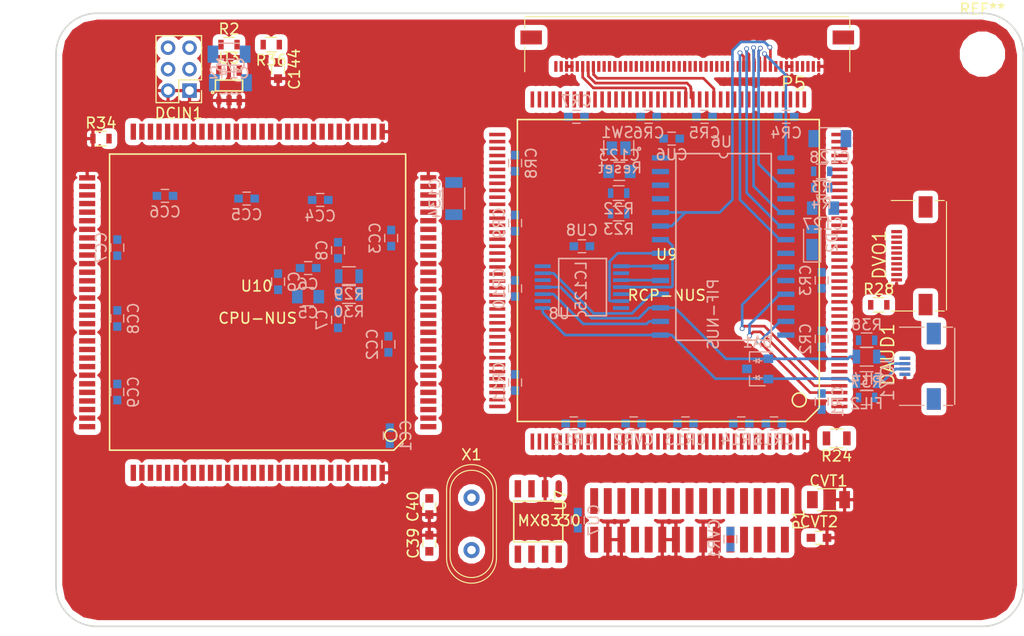
<source format=kicad_pcb>
(kicad_pcb (version 4) (host pcbnew 4.0.6)
  (layers (0 F.Cu signal) (1 3V3.Cu power hide) (2 GND.Cu power hide) (31 B.Cu signal) (34 B.Paste user hide) (35 F.Paste user hide) (36 B.SilkS user hide) (37 F.SilkS user) (38 B.Mask user hide) (39 F.Mask user hide) (44 Edge.Cuts user))
  (net 0 "")
  (net 1 "Net-(C5-Pad1)")
  (net 2 "Net-(C5-Pad2)")
  (net 3 "Net-(C6-Pad1)")
  (net 4 "Net-(C7-Pad2)")
  (net 5 "Net-(C39-Pad1)")
  (net 6 GND)
  (net 7 "Net-(C40-Pad1)")
  (net 8 VCLK)
  (net 9 VTERM)
  (net 10 "Net-(R12-Pad1)")
  (net 11 "Net-(R24-Pad2)")
  (net 12 /SYSAD29)
  (net 13 //EOK)
  (net 14 /SYSAD30)
  (net 15 //PVALID)
  (net 16 /SYSAD31)
  (net 17 /SYSAD0)
  (net 18 /SYSAD1)
  (net 19 /SYSAD2)
  (net 20 /SYSAD3)
  (net 21 /SYSAD4)
  (net 22 /SYSAD5)
  (net 23 /SYSAD6)
  (net 24 /SYSAD7)
  (net 25 /SYSAD8)
  (net 26 /SYSAD9)
  (net 27 /INT0)
  (net 28 /SYSAD25)
  (net 29 /SYSAD26)
  (net 30 /SYSAD27)
  (net 31 /SYSAD28)
  (net 32 /SYSAD10)
  (net 33 /SYSAD11)
  (net 34 /SYSAD12)
  (net 35 /SYSAD13)
  (net 36 /SYSAD14)
  (net 37 /SYSAD15)
  (net 38 /SYSAD16)
  (net 39 /SYSAD17)
  (net 40 /SYSAD18)
  (net 41 /SYSAD19)
  (net 42 /MasterClock)
  (net 43 /SYSAD20)
  (net 44 /SYSAD21)
  (net 45 /SYSAD22)
  (net 46 /SYSAD23)
  (net 47 /SYSAD24)
  (net 48 /SYSCMD4)
  (net 49 /SYSCMD3)
  (net 50 /SYSCMD2)
  (net 51 "Net-(U10-Pad104)")
  (net 52 /SYSCMD1)
  (net 53 /SYSCMD0)
  (net 54 "Net-(U10-Pad21)")
  (net 55 +3V3)
  (net 56 CART_ADDR15)
  (net 57 CART_ADDR14)
  (net 58 CART_ADDR13)
  (net 59 CART_ADDR12)
  (net 60 /CART_WRITE)
  (net 61 /CART_READ)
  (net 62 CART_ADDR11)
  (net 63 CART_ADDR09)
  (net 64 CART_ADDR08)
  (net 65 /COLDRESET)
  (net 66 CART_ADDR00)
  (net 67 CART_ADDR01)
  (net 68 CART_ADDR02)
  (net 69 CART_ADDR03)
  (net 70 CART_ALE_L)
  (net 71 CART_ALE_H)
  (net 72 CART_ADDR04)
  (net 73 CART_ADDR06)
  (net 74 CART_ADDR07)
  (net 75 JTCK)
  (net 76 /NMI)
  (net 77 /INT2)
  (net 78 LRCLK)
  (net 79 SDAT)
  (net 80 BCLK)
  (net 81 /DSYNC)
  (net 82 SRGB6)
  (net 83 SRGB5)
  (net 84 SRGB4)
  (net 85 SRGB3)
  (net 86 SRGB2)
  (net 87 SRGB1)
  (net 88 SRGB0)
  (net 89 PIF_CLK)
  (net 90 PIF_ADR)
  (net 91 PIF_DAT)
  (net 92 "Net-(C123-Pad1)")
  (net 93 "Net-(C127-Pad1)")
  (net 94 "Net-(C128-Pad1)")
  (net 95 ENABLE)
  (net 96 DQ0)
  (net 97 DQ1)
  (net 98 DQ2)
  (net 99 DQ3)
  (net 100 VREF)
  (net 101 CMD)
  (net 102 DQ4)
  (net 103 TXCLK)
  (net 104 RXCLK)
  (net 105 DQ5)
  (net 106 DQ6)
  (net 107 ADDR)
  (net 108 DQ7)
  (net 109 DQ8)
  (net 110 CIC_IN)
  (net 111 CIC_CLK)
  (net 112 EEPROM_DAT)
  (net 113 "/External connections/VIDEO_SYNC")
  (net 114 CIC_OUT)
  (net 115 "Net-(U6-Pad16)")
  (net 116 "Net-(U6-Pad18)")
  (net 117 "Net-(U6-Pad19)")
  (net 118 "Net-(U6-Pad20)")
  (net 119 "Net-(U6-Pad21)")
  (net 120 "Net-(U6-Pad22)")
  (net 121 JOY2_DATA)
  (net 122 JOY1_DATA)
  (net 123 "Net-(FIL2-Pad2)")
  (net 124 "Net-(FIL4-Pad2)")
  (net 125 "Net-(DVO1-Pad2)")
  (net 126 ENABLE_CLK)
  (net 127 CART_ADDR10)
  (net 128 CART_ADDR05)
  (net 129 "Net-(P5-Pad3)")
  (net 130 "Net-(P5-Pad4)")
  (net 131 "Net-(U6-Pad26)")
  (net 132 "Net-(U7-Pad3)")
  (net 133 "Net-(U10-Pad18)")
  (net 134 "Net-(U10-Pad65)")
  (net 135 "Net-(U10-Pad74)")
  (net 136 "Net-(U10-Pad95)")
  (module n64:C_0805 (layer B.Cu) (at 48.895 51.816)
    (fp_text reference C5 (at 0 1.5) (layer B.SilkS) (effects (justify mirror)))
    (fp_text value ~)
    (pad 1 smd rect (at -1 0) (size 1 1.25) (layers B.Cu B.Paste B.Mask) (net 1 "Net-(C5-Pad1)"))
    (pad 2 smd rect (at 1 0) (size 1 1.25) (layers B.Cu B.Paste B.Mask) (net 2 "Net-(C5-Pad2)"))
  )
  (module n64:C_0603 (layer B.Cu) (at 48.907 49.149)
    (fp_text reference C6 (at 0 1.5) (layer B.SilkS) (effects (justify mirror)))
    (fp_text value 220pF)
    (pad 1 smd rect (at -0.75 0) (size 0.8 0.75) (layers B.Cu B.Paste B.Mask) (net 3 "Net-(C6-Pad1)"))
    (pad 2 smd rect (at 0.75 0) (size 0.8 0.75) (layers B.Cu B.Paste B.Mask) (net 2 "Net-(C5-Pad2)"))
  )
  (module n64:C_0603 (layer B.Cu) (at 51.689 53.975 270)
    (fp_text reference C7 (at 0 1.5 270) (layer B.SilkS) (effects (justify mirror)))
    (fp_text value 220pF)
    (pad 1 smd rect (at -0.75 0 270) (size 0.8 0.75) (layers B.Cu B.Paste B.Mask) (net 2 "Net-(C5-Pad2)"))
    (pad 2 smd rect (at 0.75 0 270) (size 0.8 0.75) (layers B.Cu B.Paste B.Mask) (net 4 "Net-(C7-Pad2)"))
  )
  (module n64:C_0603 (layer B.Cu) (at 51.689 47.498 270)
    (fp_text reference C8 (at 0 1.5 270) (layer B.SilkS) (effects (justify mirror)))
    (fp_text value ~)
    (pad 1 smd rect (at -0.75 0 270) (size 0.8 0.75) (layers B.Cu B.Paste B.Mask) (net 1 "Net-(C5-Pad1)"))
    (pad 2 smd rect (at 0.75 0 270) (size 0.8 0.75) (layers B.Cu B.Paste B.Mask) (net 2 "Net-(C5-Pad2)"))
  )
  (module n64:C_0603 (layer B.Cu) (at 46.101 50.419 90)
    (fp_text reference C9 (at 0 1.5 90) (layer B.SilkS) (effects (justify mirror)))
    (fp_text value ~)
    (pad 1 smd rect (at -0.75 0 90) (size 0.8 0.75) (layers B.Cu B.Paste B.Mask) (net 1 "Net-(C5-Pad1)"))
    (pad 2 smd rect (at 0.75 0 90) (size 0.8 0.75) (layers B.Cu B.Paste B.Mask) (net 2 "Net-(C5-Pad2)"))
  )
  (module n64:C_0603 (layer F.Cu) (at 60.198 74.803 90)
    (fp_text reference C39 (at 0 -1.5 90) (layer F.SilkS))
    (fp_text value 40pF)
    (pad 1 smd rect (at -0.75 0 90) (size 0.8 0.75) (layers F.Cu F.Paste F.Mask) (net 5 "Net-(C39-Pad1)"))
    (pad 2 smd rect (at 0.75 0 90) (size 0.8 0.75) (layers F.Cu F.Paste F.Mask) (net 6 GND))
  )
  (module n64:C_0603 (layer F.Cu) (at 60.198 71.374 270)
    (fp_text reference C40 (at 0 1.524 270) (layer F.SilkS))
    (fp_text value 40pF)
    (pad 1 smd rect (at -0.75 0 270) (size 0.8 0.75) (layers F.Cu F.Paste F.Mask) (net 7 "Net-(C40-Pad1)"))
    (pad 2 smd rect (at 0.75 0 270) (size 0.8 0.75) (layers F.Cu F.Paste F.Mask) (net 6 GND))
  )
  (module n64:C_1206 (layer B.Cu) (at 41.656 31.877)
    (fp_text reference C73 (at 0 -1.651) (layer B.SilkS) (effects (justify mirror)))
    (fp_text value 68uF)
    (pad 1 smd rect (at -1.5 0) (size 1 1.6) (layers B.Cu B.Paste B.Mask) (net 9 VTERM))
    (pad 2 smd rect (at 1.5 0) (size 1 1.6) (layers B.Cu B.Paste B.Mask) (net 6 GND))
  )
  (module n64:C_0805 (layer B.Cu) (at 77.9145 40.132 180)
    (fp_text reference C123 (at 0 1.5 180) (layer B.SilkS) (effects (justify mirror)))
    (fp_text value ±)
    (pad 1 smd rect (at -1 0 180) (size 1 1.25) (layers B.Cu B.Paste B.Mask) (net 92 "Net-(C123-Pad1)"))
    (pad 2 smd rect (at 1 0 180) (size 1 1.25) (layers B.Cu B.Paste B.Mask) (net 6 GND))
  )
  (module n64:C_0805 (layer B.Cu) (at 96.901 43.561)
    (fp_text reference C127 (at 0 1.5) (layer B.SilkS) (effects (justify mirror)))
    (fp_text value ±)
    (pad 1 smd rect (at -1 0) (size 1 1.25) (layers B.Cu B.Paste B.Mask) (net 93 "Net-(C127-Pad1)"))
    (pad 2 smd rect (at 1 0) (size 1 1.25) (layers B.Cu B.Paste B.Mask) (net 6 GND))
  )
  (module n64:C_1206 (layer B.Cu) (at 97.536 37.084)
    (fp_text reference C128 (at 0 1.75) (layer B.SilkS) (effects (justify mirror)))
    (fp_text value 10uF)
    (pad 1 smd rect (at -1.5 0) (size 1 1.6) (layers B.Cu B.Paste B.Mask) (net 94 "Net-(C128-Pad1)"))
    (pad 2 smd rect (at 1.5 0) (size 1 1.6) (layers B.Cu B.Paste B.Mask) (net 6 GND))
  )
  (module n64:C_1206 (layer B.Cu) (at 41.529 29.21)
    (fp_text reference C142 (at 0 1.75) (layer B.SilkS) (effects (justify mirror)))
    (fp_text value 33uF)
    (pad 1 smd rect (at -1.5 0) (size 1 1.6) (layers B.Cu B.Paste B.Mask) (net 55 +3V3))
    (pad 2 smd rect (at 1.5 0) (size 1 1.6) (layers B.Cu B.Paste B.Mask) (net 6 GND))
  )
  (module n64:C_0603 (layer F.Cu) (at 46.101 30.734 270)
    (fp_text reference C144 (at -0.127 -1.524 270) (layer F.SilkS))
    (fp_text value ~)
    (pad 1 smd rect (at -0.75 0 270) (size 0.8 0.75) (layers F.Cu F.Paste F.Mask) (net 126 ENABLE_CLK))
    (pad 2 smd rect (at 0.75 0 270) (size 0.8 0.75) (layers F.Cu F.Paste F.Mask) (net 6 GND))
  )
  (module n64:C_0603 (layer B.Cu) (at 56.515 64.77 90)
    (fp_text reference CC1 (at 0 1.5 90) (layer B.SilkS) (effects (justify mirror)))
    (fp_text value .1uF)
    (pad 1 smd rect (at -0.75 0 90) (size 0.8 0.75) (layers B.Cu B.Paste B.Mask) (net 55 +3V3))
    (pad 2 smd rect (at 0.75 0 90) (size 0.8 0.75) (layers B.Cu B.Paste B.Mask) (net 6 GND))
  )
  (module n64:C_0603 (layer B.Cu) (at 56.388 56.261 270)
    (fp_text reference CC2 (at 0 1.5 270) (layer B.SilkS) (effects (justify mirror)))
    (fp_text value .1uF)
    (pad 1 smd rect (at -0.75 0 270) (size 0.8 0.75) (layers B.Cu B.Paste B.Mask) (net 55 +3V3))
    (pad 2 smd rect (at 0.75 0 270) (size 0.8 0.75) (layers B.Cu B.Paste B.Mask) (net 6 GND))
  )
  (module n64:C_0603 (layer B.Cu) (at 56.642 46.355 270)
    (fp_text reference CC3 (at 0 1.5 270) (layer B.SilkS) (effects (justify mirror)))
    (fp_text value .1uF)
    (pad 1 smd rect (at -0.75 0 270) (size 0.8 0.75) (layers B.Cu B.Paste B.Mask) (net 55 +3V3))
    (pad 2 smd rect (at 0.75 0 270) (size 0.8 0.75) (layers B.Cu B.Paste B.Mask) (net 6 GND))
  )
  (module n64:C_0603 (layer B.Cu) (at 50.026 42.799)
    (fp_text reference CC4 (at 0 1.5) (layer B.SilkS) (effects (justify mirror)))
    (fp_text value .1uF)
    (pad 1 smd rect (at -0.75 0) (size 0.8 0.75) (layers B.Cu B.Paste B.Mask) (net 55 +3V3))
    (pad 2 smd rect (at 0.75 0) (size 0.8 0.75) (layers B.Cu B.Paste B.Mask) (net 6 GND))
  )
  (module n64:C_0603 (layer B.Cu) (at 43.168 42.672)
    (fp_text reference CC5 (at 0 1.5) (layer B.SilkS) (effects (justify mirror)))
    (fp_text value .1uF)
    (pad 1 smd rect (at -0.75 0) (size 0.8 0.75) (layers B.Cu B.Paste B.Mask) (net 55 +3V3))
    (pad 2 smd rect (at 0.75 0) (size 0.8 0.75) (layers B.Cu B.Paste B.Mask) (net 6 GND))
  )
  (module n64:C_0603 (layer B.Cu) (at 35.56 42.418)
    (fp_text reference CC6 (at 0 1.5) (layer B.SilkS) (effects (justify mirror)))
    (fp_text value .1uF)
    (pad 1 smd rect (at -0.75 0) (size 0.8 0.75) (layers B.Cu B.Paste B.Mask) (net 55 +3V3))
    (pad 2 smd rect (at 0.75 0) (size 0.8 0.75) (layers B.Cu B.Paste B.Mask) (net 6 GND))
  )
  (module n64:C_0603 (layer B.Cu) (at 31.115 47.244 270)
    (fp_text reference CC7 (at 0 1.5 270) (layer B.SilkS) (effects (justify mirror)))
    (fp_text value .1uF)
    (pad 1 smd rect (at -0.75 0 270) (size 0.8 0.75) (layers B.Cu B.Paste B.Mask) (net 55 +3V3))
    (pad 2 smd rect (at 0.75 0 270) (size 0.8 0.75) (layers B.Cu B.Paste B.Mask) (net 6 GND))
  )
  (module n64:C_0603 (layer B.Cu) (at 31.115 53.848 90)
    (fp_text reference CC8 (at 0 1.5 90) (layer B.SilkS) (effects (justify mirror)))
    (fp_text value .1uF)
    (pad 1 smd rect (at -0.75 0 90) (size 0.8 0.75) (layers B.Cu B.Paste B.Mask) (net 55 +3V3))
    (pad 2 smd rect (at 0.75 0 90) (size 0.8 0.75) (layers B.Cu B.Paste B.Mask) (net 6 GND))
  )
  (module n64:C_0603 (layer B.Cu) (at 31.115 60.706 90)
    (fp_text reference CC9 (at 0 1.5 90) (layer B.SilkS) (effects (justify mirror)))
    (fp_text value .1uF)
    (pad 1 smd rect (at -0.75 0 90) (size 0.8 0.75) (layers B.Cu B.Paste B.Mask) (net 55 +3V3))
    (pad 2 smd rect (at 0.75 0 90) (size 0.8 0.75) (layers B.Cu B.Paste B.Mask) (net 6 GND))
  )
  (module n64:C_0603 (layer B.Cu) (at 96.774 61.595 90)
    (fp_text reference CR1 (at 0 1.5 90) (layer B.SilkS) (effects (justify mirror)))
    (fp_text value .1uF)
    (pad 1 smd rect (at -0.75 0 90) (size 0.8 0.75) (layers B.Cu B.Paste B.Mask) (net 55 +3V3))
    (pad 2 smd rect (at 0.75 0 90) (size 0.8 0.75) (layers B.Cu B.Paste B.Mask) (net 6 GND))
  )
  (module n64:C_0603 (layer B.Cu) (at 96.774 55.753 270)
    (fp_text reference CR2 (at 0 1.5 270) (layer B.SilkS) (effects (justify mirror)))
    (fp_text value .1uF)
    (pad 1 smd rect (at -0.75 0 270) (size 0.8 0.75) (layers B.Cu B.Paste B.Mask) (net 55 +3V3))
    (pad 2 smd rect (at 0.75 0 270) (size 0.8 0.75) (layers B.Cu B.Paste B.Mask) (net 6 GND))
  )
  (module n64:C_0603 (layer B.Cu) (at 96.774 50.292 270)
    (fp_text reference CR3 (at 0 1.5 270) (layer B.SilkS) (effects (justify mirror)))
    (fp_text value .1uF)
    (pad 1 smd rect (at -0.75 0 270) (size 0.8 0.75) (layers B.Cu B.Paste B.Mask) (net 55 +3V3))
    (pad 2 smd rect (at 0.75 0 270) (size 0.8 0.75) (layers B.Cu B.Paste B.Mask) (net 6 GND))
  )
  (module n64:C_0603 (layer B.Cu) (at 93.472 35.052)
    (fp_text reference CR4 (at 0 1.5) (layer B.SilkS) (effects (justify mirror)))
    (fp_text value .1uF)
    (pad 1 smd rect (at -0.75 0) (size 0.8 0.75) (layers B.Cu B.Paste B.Mask) (net 55 +3V3))
    (pad 2 smd rect (at 0.75 0) (size 0.8 0.75) (layers B.Cu B.Paste B.Mask) (net 6 GND))
  )
  (module n64:C_0603 (layer B.Cu) (at 85.852 35.052)
    (fp_text reference CR5 (at 0 1.5) (layer B.SilkS) (effects (justify mirror)))
    (fp_text value .1uF)
    (pad 1 smd rect (at -0.75 0) (size 0.8 0.75) (layers B.Cu B.Paste B.Mask) (net 55 +3V3))
    (pad 2 smd rect (at 0.75 0) (size 0.8 0.75) (layers B.Cu B.Paste B.Mask) (net 6 GND))
  )
  (module n64:C_0603 (layer B.Cu) (at 80.645 35.052)
    (fp_text reference CR6 (at 0 1.5) (layer B.SilkS) (effects (justify mirror)))
    (fp_text value .1uF)
    (pad 1 smd rect (at -0.75 0) (size 0.8 0.75) (layers B.Cu B.Paste B.Mask) (net 55 +3V3))
    (pad 2 smd rect (at 0.75 0) (size 0.8 0.75) (layers B.Cu B.Paste B.Mask) (net 6 GND))
  )
  (module n64:C_0603 (layer B.Cu) (at 73.914 35.052 180)
    (fp_text reference CR7 (at 0 1.5 180) (layer B.SilkS) (effects (justify mirror)))
    (fp_text value .1uF)
    (pad 1 smd rect (at -0.75 0 180) (size 0.8 0.75) (layers B.Cu B.Paste B.Mask) (net 55 +3V3))
    (pad 2 smd rect (at 0.75 0 180) (size 0.8 0.75) (layers B.Cu B.Paste B.Mask) (net 6 GND))
  )
  (module n64:C_0603 (layer B.Cu) (at 68.199 39.37 90)
    (fp_text reference CR8 (at 0 1.5 90) (layer B.SilkS) (effects (justify mirror)))
    (fp_text value .1uF)
    (pad 1 smd rect (at -0.75 0 90) (size 0.8 0.75) (layers B.Cu B.Paste B.Mask) (net 55 +3V3))
    (pad 2 smd rect (at 0.75 0 90) (size 0.8 0.75) (layers B.Cu B.Paste B.Mask) (net 6 GND))
  )
  (module n64:C_0603 (layer B.Cu) (at 68.199 44.958 270)
    (fp_text reference CR9 (at 0 1.5 270) (layer B.SilkS) (effects (justify mirror)))
    (fp_text value .1uF)
    (pad 1 smd rect (at -0.75 0 270) (size 0.8 0.75) (layers B.Cu B.Paste B.Mask) (net 55 +3V3))
    (pad 2 smd rect (at 0.75 0 270) (size 0.8 0.75) (layers B.Cu B.Paste B.Mask) (net 6 GND))
  )
  (module n64:C_0603 (layer B.Cu) (at 68.199 51.054 270)
    (fp_text reference CR10 (at 0 1.5 270) (layer B.SilkS) (effects (justify mirror)))
    (fp_text value .1uF)
    (pad 1 smd rect (at -0.75 0 270) (size 0.8 0.75) (layers B.Cu B.Paste B.Mask) (net 55 +3V3))
    (pad 2 smd rect (at 0.75 0 270) (size 0.8 0.75) (layers B.Cu B.Paste B.Mask) (net 6 GND))
  )
  (module n64:C_0603 (layer B.Cu) (at 68.199 59.817 270)
    (fp_text reference CR11 (at 0 1.5 270) (layer B.SilkS) (effects (justify mirror)))
    (fp_text value .1uF)
    (pad 1 smd rect (at -0.75 0 270) (size 0.8 0.75) (layers B.Cu B.Paste B.Mask) (net 55 +3V3))
    (pad 2 smd rect (at 0.75 0 270) (size 0.8 0.75) (layers B.Cu B.Paste B.Mask) (net 6 GND))
  )
  (module n64:C_0603 (layer B.Cu) (at 73.66 63.627)
    (fp_text reference CR12 (at 0 1.5) (layer B.SilkS) (effects (justify mirror)))
    (fp_text value .1uF)
    (pad 1 smd rect (at -0.75 0) (size 0.8 0.75) (layers B.Cu B.Paste B.Mask) (net 55 +3V3))
    (pad 2 smd rect (at 0.75 0) (size 0.8 0.75) (layers B.Cu B.Paste B.Mask) (net 6 GND))
  )
  (module n64:C_0603 (layer B.Cu) (at 84.074 63.627)
    (fp_text reference CR13 (at 0 1.5) (layer B.SilkS) (effects (justify mirror)))
    (fp_text value .1uF)
    (pad 1 smd rect (at -0.75 0) (size 0.8 0.75) (layers B.Cu B.Paste B.Mask) (net 55 +3V3))
    (pad 2 smd rect (at 0.75 0) (size 0.8 0.75) (layers B.Cu B.Paste B.Mask) (net 6 GND))
  )
  (module n64:C_0603 (layer B.Cu) (at 89.281 63.627)
    (fp_text reference CR14 (at 0 1.5) (layer B.SilkS) (effects (justify mirror)))
    (fp_text value .1uF)
    (pad 1 smd rect (at -0.75 0) (size 0.8 0.75) (layers B.Cu B.Paste B.Mask) (net 55 +3V3))
    (pad 2 smd rect (at 0.75 0) (size 0.8 0.75) (layers B.Cu B.Paste B.Mask) (net 6 GND))
  )
  (module n64:C_0603 (layer B.Cu) (at 92.329 63.627)
    (fp_text reference CR15 (at 0 1.5) (layer B.SilkS) (effects (justify mirror)))
    (fp_text value .1uF)
    (pad 1 smd rect (at -0.75 0) (size 0.8 0.75) (layers B.Cu B.Paste B.Mask) (net 55 +3V3))
    (pad 2 smd rect (at 0.75 0) (size 0.8 0.75) (layers B.Cu B.Paste B.Mask) (net 6 GND))
  )
  (module n64:C_0603 (layer B.Cu) (at 82.792 37.084)
    (fp_text reference CU6 (at 0 1.5) (layer B.SilkS) (effects (justify mirror)))
    (fp_text value .1uF)
    (pad 1 smd rect (at -0.75 0) (size 0.8 0.75) (layers B.Cu B.Paste B.Mask) (net 55 +3V3))
    (pad 2 smd rect (at 0.75 0) (size 0.8 0.75) (layers B.Cu B.Paste B.Mask) (net 6 GND))
  )
  (module n64:C_0603 (layer B.Cu) (at 74.041 72.644 90)
    (fp_text reference CU7 (at 0 1.5 90) (layer B.SilkS) (effects (justify mirror)))
    (fp_text value .1uF)
    (pad 1 smd rect (at -0.75 0 90) (size 0.8 0.75) (layers B.Cu B.Paste B.Mask) (net 55 +3V3))
    (pad 2 smd rect (at 0.75 0 90) (size 0.8 0.75) (layers B.Cu B.Paste B.Mask) (net 6 GND))
  )
  (module n64:C_0603 (layer B.Cu) (at 74.422 47.117 180)
    (fp_text reference CU8 (at 0 1.5 180) (layer B.SilkS) (effects (justify mirror)))
    (fp_text value .1uF)
    (pad 1 smd rect (at -0.75 0 180) (size 0.8 0.75) (layers B.Cu B.Paste B.Mask) (net 55 +3V3))
    (pad 2 smd rect (at 0.75 0 180) (size 0.8 0.75) (layers B.Cu B.Paste B.Mask) (net 6 GND))
  )
  (module n64:C_0603 (layer B.Cu) (at 88.265 74.422 270)
    (fp_text reference CVR1 (at 0 1.5 270) (layer B.SilkS) (effects (justify mirror)))
    (fp_text value .1uF)
    (pad 1 smd rect (at -0.75 0 270) (size 0.8 0.75) (layers B.Cu B.Paste B.Mask) (net 100 VREF))
    (pad 2 smd rect (at 0.75 0 270) (size 0.8 0.75) (layers B.Cu B.Paste B.Mask) (net 6 GND))
  )
  (module n64:C_0603 (layer B.Cu) (at 79.248 63.627)
    (fp_text reference CVR2 (at 0 1.5) (layer B.SilkS) (effects (justify mirror)))
    (fp_text value .1uF)
    (pad 1 smd rect (at -0.75 0) (size 0.8 0.75) (layers B.Cu B.Paste B.Mask) (net 100 VREF))
    (pad 2 smd rect (at 0.75 0) (size 0.8 0.75) (layers B.Cu B.Paste B.Mask) (net 6 GND))
  )
  (module n64:C_1206 (layer F.Cu) (at 97.409 70.739)
    (fp_text reference CVT1 (at 0 -1.75) (layer F.SilkS))
    (fp_text value 10uF)
    (pad 1 smd rect (at -1.5 0) (size 1 1.6) (layers F.Cu F.Paste F.Mask) (net 9 VTERM))
    (pad 2 smd rect (at 1.5 0) (size 1 1.6) (layers F.Cu F.Paste F.Mask) (net 6 GND))
  )
  (module n64:C_0603 (layer F.Cu) (at 96.52 74.295)
    (fp_text reference CVT2 (at 0 -1.5) (layer F.SilkS))
    (fp_text value .1uF)
    (pad 1 smd rect (at -0.75 0) (size 0.8 0.75) (layers F.Cu F.Paste F.Mask) (net 9 VTERM))
    (pad 2 smd rect (at 0.75 0) (size 0.8 0.75) (layers F.Cu F.Paste F.Mask) (net 6 GND))
  )
  (module n64:D_TUMD2 (layer B.Cu) (at 95.885 46.482 90)
    (fp_text reference D2 (at -0.3 1.85 90) (layer B.SilkS) (effects (justify mirror)))
    (fp_text value ±)
    (pad 2 smd rect (at 0.95 0 270) (size 0.8 1.1) (layers B.Cu B.Paste B.Mask) (net 65 /COLDRESET))
    (pad 1 smd rect (at -0.95 0 270) (size 2 1.1) (layers B.Cu B.Paste B.Mask) (net 95 ENABLE))
  )
  (module n64:D_SOT-23_AAK (layer B.Cu) (at 90.805 58.547 180)
    (fp_text reference DA1 (at 0 2.5 180) (layer B.SilkS) (effects (justify mirror)))
    (fp_text value BAC54)
    (pad 2 smd rect (at -1 0.95 180) (size 0.9 0.8) (layers B.Cu B.Paste B.Mask) (net 121 JOY2_DATA))
    (pad 1 smd rect (at -1 -0.95 180) (size 0.9 0.8) (layers B.Cu B.Paste B.Mask) (net 122 JOY1_DATA))
    (pad 3 smd rect (at 1 0 180) (size 0.9 0.8) (layers B.Cu B.Paste B.Mask) (net 55 +3V3))
  )
  (module n64:connector-molex-505110-0492 (layer F.Cu) (at 105.029 59.055 90)
    (fp_text reference DAUD1 (at 1.85 -2.1 90) (layer F.SilkS) (effects (font (size 1.2 1.2))))
    (fp_text value "DIGITAL AUDIO OUT")
    (pad 1 smd rect (at 0 -0.5 90) (size 0.3 1) (layers F.Cu) (net 6 GND))
    (pad 2 smd rect (at 0.5 -0.5 90) (size 0.3 1) (layers F.Cu) (net 80 BCLK))
    (pad 3 smd rect (at 1 -0.5 90) (size 0.3 1) (layers F.Cu) (net 79 SDAT))
    (pad 4 smd rect (at 1.5 -0.5 90) (size 0.3 1) (layers F.Cu) (net 78 LRCLK))
    (pad 0 smd rect (at -2.3 2.2 90) (size 2 1.3) (layers F.Cu F.Paste F.Mask))
    (pad 0 smd rect (at 3.8 2.2 90) (size 2 1.3) (layers F.Cu F.Paste F.Mask))
  )
  (module n64:connector-molex-87833-0620 (layer F.Cu) (at 37.846 32.607 180)
    (fp_text reference DCIN1 (at 1 -2.12 180) (layer F.SilkS))
    (fp_text value "Power Input")
    (pad 1 thru_hole rect (at 0 0 180) (size 1.35 1.35) (drill 0.8) (layers *.Cu *.Mask) (net 6 GND))
    (pad 2 thru_hole oval (at 2 0 180) (size 1.35 1.35) (drill 0.8) (layers *.Cu *.Mask) (net 6 GND))
    (pad 3 thru_hole oval (at 0 2 180) (size 1.35 1.35) (drill 0.8) (layers *.Cu *.Mask) (net 9 VTERM))
    (pad 4 thru_hole oval (at 2 2 180) (size 1.35 1.35) (drill 0.8) (layers *.Cu *.Mask) (net 55 +3V3))
    (pad 5 thru_hole oval (at 0 4 180) (size 1.35 1.35) (drill 0.8) (layers *.Cu *.Mask) (net 55 +3V3))
    (pad 6 thru_hole oval (at 2 4 180) (size 1.35 1.35) (drill 0.8) (layers *.Cu *.Mask) (net 55 +3V3))
  )
  (module n64:connector-molex-505110-1092 (layer F.Cu) (at 104.259 50.252 90)
    (fp_text reference DVO1 (at 2.35 -2.1 90) (layer F.SilkS) (effects (font (size 1.2 1.2))))
    (fp_text value "DIGITAL VIDEO OUT")
    (pad 1 smd rect (at 0 -0.5 90) (size 0.3 1) (layers F.Cu F.Paste F.Mask) (net 6 GND))
    (pad 2 smd rect (at 0.5 -0.5 90) (size 0.3 1) (layers F.Cu F.Paste F.Mask) (net 125 "Net-(DVO1-Pad2)"))
    (pad 3 smd rect (at 1 -0.5 90) (size 0.3 1) (layers F.Cu F.Paste F.Mask) (net 81 /DSYNC))
    (pad 4 smd rect (at 1.5 -0.5 90) (size 0.3 1) (layers F.Cu F.Paste F.Mask) (net 82 SRGB6))
    (pad 0 smd rect (at -2.3 2.2 90) (size 2 1.3) (layers F.Cu F.Paste F.Mask))
    (pad 0 smd rect (at 6.8 2.2 90) (size 2 1.3) (layers F.Cu F.Paste F.Mask))
    (pad 5 smd rect (at 2 -0.5 90) (size 0.3 1) (layers F.Cu F.Paste F.Mask) (net 83 SRGB5))
    (pad 6 smd rect (at 2.5 -0.5 90) (size 0.3 1) (layers F.Cu F.Paste F.Mask) (net 84 SRGB4))
    (pad 7 smd rect (at 3 -0.5 90) (size 0.3 1) (layers F.Cu F.Paste F.Mask) (net 85 SRGB3))
    (pad 8 smd rect (at 3.5 -0.5 90) (size 0.3 1) (layers F.Cu F.Paste F.Mask) (net 86 SRGB2))
    (pad 9 smd rect (at 4 -0.5 90) (size 0.3 1) (layers F.Cu F.Paste F.Mask) (net 87 SRGB1))
    (pad 10 smd rect (at 4.5 -0.5 90) (size 0.3 1) (layers F.Cu F.Paste F.Mask) (net 88 SRGB0))
  )
  (module n64:L_0805 (layer B.Cu) (at 100.965 59.69)
    (fp_text reference FIL2 (at 0 2.1) (layer B.SilkS) (effects (justify mirror)))
    (fp_text value 3.3uH)
    (pad 1 smd rect (at -0.95 0) (size 0.7 1.3) (layers B.Cu B.Paste B.Mask) (net 122 JOY1_DATA))
    (pad 2 smd rect (at 0.95 0) (size 0.7 1.3) (layers B.Cu B.Paste B.Mask) (net 123 "Net-(FIL2-Pad2)"))
  )
  (module n64:L_0805 (layer B.Cu) (at 100.965 57.404)
    (fp_text reference FIL4 (at 0 2.1) (layer B.SilkS) (effects (justify mirror)))
    (fp_text value 3.3uH)
    (pad 1 smd rect (at -0.95 0) (size 0.7 1.3) (layers B.Cu B.Paste B.Mask) (net 121 JOY2_DATA))
    (pad 2 smd rect (at 0.95 0) (size 0.7 1.3) (layers B.Cu B.Paste B.Mask) (net 124 "Net-(FIL4-Pad2)"))
  )
  (module n64:connector-molex-505110-0492 (layer B.Cu) (at 105.021 57.555 270)
    (fp_text reference JOY1 (at 1.85 2.1 270) (layer B.SilkS) (effects (font (size 1.2 1.2)) (justify mirror)))
    (fp_text value GAMEPAD)
    (pad 1 smd rect (at 0 0.5 270) (size 0.3 1) (layers B.Cu B.Paste B.Mask) (net 6 GND))
    (pad 2 smd rect (at 0.5 0.5 270) (size 0.3 1) (layers B.Cu B.Paste B.Mask) (net 124 "Net-(FIL4-Pad2)"))
    (pad 3 smd rect (at 1 0.5 270) (size 0.3 1) (layers B.Cu B.Paste B.Mask) (net 123 "Net-(FIL2-Pad2)"))
    (pad 4 smd rect (at 1.5 0.5 270) (size 0.3 1) (layers B.Cu B.Paste B.Mask) (net 55 +3V3))
    (pad 0 smd rect (at -2.3 -2.2 270) (size 2 1.3) (layers B.Cu B.Paste B.Mask))
    (pad 0 smd rect (at 3.8 -2.2 270) (size 2 1.3) (layers B.Cu B.Paste B.Mask))
  )
  (module n64:rdram-edge-smt (layer F.Cu) (at 75.147345 72.608877 270)
    (fp_text reference P1 (at 0 -19.5 270) (layer F.SilkS))
    (fp_text value RDRAM-EDGE)
    (pad 1 smd rect (at -1.742877 -0.417655) (size 0.74 2.4) (layers F.Cu F.Paste F.Mask) (net 96 DQ0))
    (pad 2 smd rect (at -1.742877 -1.687655) (size 0.74 2.4) (layers F.Cu F.Paste F.Mask) (net 97 DQ1))
    (pad 3 smd rect (at -1.742877 -2.957655) (size 0.74 2.4) (layers F.Cu F.Paste F.Mask) (net 98 DQ2))
    (pad 4 smd rect (at -1.742877 -4.227655) (size 0.74 2.4) (layers F.Cu F.Paste F.Mask) (net 99 DQ3))
    (pad 5 smd rect (at -1.742877 -5.497655) (size 0.74 2.4) (layers F.Cu F.Paste F.Mask) (net 100 VREF))
    (pad 6 smd rect (at -1.742877 -6.767655) (size 0.74 2.4) (layers F.Cu F.Paste F.Mask) (net 101 CMD))
    (pad 7 smd rect (at -1.742877 -8.037655) (size 0.74 2.4) (layers F.Cu F.Paste F.Mask) (net 102 DQ4))
    (pad 8 smd rect (at -1.742877 -9.307655) (size 0.74 2.4) (layers F.Cu F.Paste F.Mask) (net 103 TXCLK))
    (pad 9 smd rect (at -1.742877 -10.577655) (size 0.74 2.4) (layers F.Cu F.Paste F.Mask) (net 104 RXCLK))
    (pad 10 smd rect (at -1.742877 -11.847655) (size 0.74 2.4) (layers F.Cu F.Paste F.Mask) (net 105 DQ5))
    (pad 11 smd rect (at -1.742877 -13.117655) (size 0.74 2.4) (layers F.Cu F.Paste F.Mask) (net 106 DQ6))
    (pad 12 smd rect (at -1.742877 -14.387655) (size 0.74 2.4) (layers F.Cu F.Paste F.Mask) (net 107 ADDR))
    (pad 13 smd rect (at -1.742877 -15.657655) (size 0.74 2.4) (layers F.Cu F.Paste F.Mask) (net 108 DQ7))
    (pad 14 smd rect (at -1.742877 -16.927655) (size 0.74 2.4) (layers F.Cu F.Paste F.Mask) (net 109 DQ8))
    (pad 15 smd rect (at -1.742877 -18.197655) (size 0.74 2.4) (layers F.Cu F.Paste F.Mask) (net 55 +3V3))
    (pad 27 smd rect (at 1.855123 -4.227655 180) (size 0.74 2.4) (layers F.Cu F.Paste F.Mask) (net 55 +3V3))
    (pad 28 smd rect (at 1.855123 -2.957655 180) (size 0.74 2.4) (layers F.Cu F.Paste F.Mask) (net 6 GND))
    (pad 29 smd rect (at 1.855123 -1.687655 180) (size 0.74 2.4) (layers F.Cu F.Paste F.Mask) (net 6 GND))
    (pad 26 smd rect (at 1.855123 -5.497655 180) (size 0.74 2.4) (layers F.Cu F.Paste F.Mask) (net 55 +3V3))
    (pad 30 smd rect (at 1.855123 -0.417655 180) (size 0.74 2.4) (layers F.Cu F.Paste F.Mask) (net 55 +3V3))
    (pad 23 smd rect (at 1.855123 -9.307655 180) (size 0.74 2.4) (layers F.Cu F.Paste F.Mask) (net 55 +3V3))
    (pad 25 smd rect (at 1.855123 -6.767655 180) (size 0.74 2.4) (layers F.Cu F.Paste F.Mask) (net 6 GND))
    (pad 21 smd rect (at 1.855123 -11.847655 180) (size 0.74 2.4) (layers F.Cu F.Paste F.Mask) (net 6 GND))
    (pad 22 smd rect (at 1.855123 -10.577655 180) (size 0.74 2.4) (layers F.Cu F.Paste F.Mask) (net 6 GND))
    (pad 24 smd rect (at 1.855123 -8.037655 180) (size 0.74 2.4) (layers F.Cu F.Paste F.Mask) (net 6 GND))
    (pad 17 smd rect (at 1.855123 -16.927655 180) (size 0.74 2.4) (layers F.Cu F.Paste F.Mask) (net 9 VTERM))
    (pad 16 smd rect (at 1.855123 -18.197655 180) (size 0.74 2.4) (layers F.Cu F.Paste F.Mask) (net 9 VTERM))
    (pad 19 smd rect (at 1.855123 -14.387655 180) (size 0.74 2.4) (layers F.Cu F.Paste F.Mask) (net 55 +3V3))
    (pad 18 smd rect (at 1.855123 -15.657655 180) (size 0.74 2.4) (layers F.Cu F.Paste F.Mask) (net 126 ENABLE_CLK))
    (pad 20 smd rect (at 1.855123 -13.117655 180) (size 0.74 2.4) (layers F.Cu F.Paste F.Mask) (net 100 VREF))
  )
  (module n64:R_0603 (layer F.Cu) (at 41.529 28.321)
    (fp_text reference R2 (at 0 -1.45) (layer F.SilkS))
    (fp_text value 2K)
    (pad 1 smd rect (at -0.75 0) (size 0.5 0.9) (layers F.Cu F.Paste F.Mask) (net 55 +3V3))
    (pad 2 smd rect (at 0.75 0) (size 0.5 0.9) (layers F.Cu F.Paste F.Mask) (net 95 ENABLE))
  )
  (module n64:R_0603 (layer B.Cu) (at 96.774 40.132)
    (fp_text reference R3 (at 0 1.45) (layer B.SilkS) (effects (justify mirror)))
    (fp_text value 30K)
    (pad 1 smd rect (at -0.75 0) (size 0.5 0.9) (layers B.Cu B.Paste B.Mask) (net 94 "Net-(C128-Pad1)"))
    (pad 2 smd rect (at 0.75 0) (size 0.5 0.9) (layers B.Cu B.Paste B.Mask) (net 55 +3V3))
  )
  (module n64:R_0603 (layer B.Cu) (at 96.774 41.656)
    (fp_text reference R4 (at 0 1.45) (layer B.SilkS) (effects (justify mirror)))
    (fp_text value 68K)
    (pad 1 smd rect (at -0.75 0) (size 0.5 0.9) (layers B.Cu B.Paste B.Mask) (net 93 "Net-(C127-Pad1)"))
    (pad 2 smd rect (at 0.75 0) (size 0.5 0.9) (layers B.Cu B.Paste B.Mask) (net 55 +3V3))
  )
  (module n64:R_0603 (layer B.Cu) (at 77.851 42.164)
    (fp_text reference R22 (at 0 1.45) (layer B.SilkS) (effects (justify mirror)))
    (fp_text value 47K)
    (pad 1 smd rect (at -0.75 0) (size 0.5 0.9) (layers B.Cu B.Paste B.Mask) (net 55 +3V3))
    (pad 2 smd rect (at 0.75 0) (size 0.5 0.9) (layers B.Cu B.Paste B.Mask) (net 92 "Net-(C123-Pad1)"))
  )
  (module n64:R_0603 (layer B.Cu) (at 77.851 44.069)
    (fp_text reference R23 (at 0 1.45) (layer B.SilkS) (effects (justify mirror)))
    (fp_text value 1K)
    (pad 1 smd rect (at -0.75 0) (size 0.5 0.9) (layers B.Cu B.Paste B.Mask) (net 55 +3V3))
    (pad 2 smd rect (at 0.75 0) (size 0.5 0.9) (layers B.Cu B.Paste B.Mask) (net 112 EEPROM_DAT))
  )
  (module n64:R_0805 (layer F.Cu) (at 98.171 65.024 180)
    (fp_text reference R24 (at 0 -1.65 180) (layer F.SilkS))
    (fp_text value 24R)
    (pad 1 smd rect (at -0.95 0 180) (size 0.7 1.3) (layers F.Cu F.Paste F.Mask) (net 9 VTERM))
    (pad 2 smd rect (at 0.95 0 180) (size 0.7 1.3) (layers F.Cu F.Paste F.Mask) (net 11 "Net-(R24-Pad2)"))
  )
  (module n64:R_0603 (layer F.Cu) (at 102.096 52.578)
    (fp_text reference R28 (at 0 -1.45) (layer F.SilkS))
    (fp_text value 0R)
    (pad 1 smd rect (at -0.75 0) (size 0.5 0.9) (layers F.Cu F.Paste F.Mask) (net 8 VCLK))
    (pad 2 smd rect (at 0.75 0) (size 0.5 0.9) (layers F.Cu F.Paste F.Mask) (net 125 "Net-(DVO1-Pad2)"))
  )
  (module n64:R_0805 (layer B.Cu) (at 52.705 49.911)
    (fp_text reference R29 (at 0 1.65) (layer B.SilkS) (effects (justify mirror)))
    (fp_text value 4R7)
    (pad 1 smd rect (at -0.95 0) (size 0.7 1.3) (layers B.Cu B.Paste B.Mask) (net 1 "Net-(C5-Pad1)"))
    (pad 2 smd rect (at 0.95 0) (size 0.7 1.3) (layers B.Cu B.Paste B.Mask) (net 55 +3V3))
  )
  (module n64:R_0805 (layer B.Cu) (at 52.705 51.562)
    (fp_text reference R30 (at 0 1.65) (layer B.SilkS) (effects (justify mirror)))
    (fp_text value 4R7)
    (pad 1 smd rect (at -0.95 0) (size 0.7 1.3) (layers B.Cu B.Paste B.Mask) (net 2 "Net-(C5-Pad2)"))
    (pad 2 smd rect (at 0.95 0) (size 0.7 1.3) (layers B.Cu B.Paste B.Mask) (net 6 GND))
  )
  (module n64:R_0603 (layer F.Cu) (at 29.591 37.084)
    (fp_text reference R34 (at 0 -1.45) (layer F.SilkS))
    (fp_text value 47K)
    (pad 1 smd rect (at -0.75 0) (size 0.5 0.9) (layers F.Cu F.Paste F.Mask) (net 6 GND))
    (pad 2 smd rect (at 0.75 0) (size 0.5 0.9) (layers F.Cu F.Paste F.Mask) (net 75 JTCK))
  )
  (module n64:R_0603 (layer F.Cu) (at 45.466 28.321 180)
    (fp_text reference R36 (at 0 -1.45 180) (layer F.SilkS))
    (fp_text value 51K)
    (pad 1 smd rect (at -0.75 0 180) (size 0.5 0.9) (layers F.Cu F.Paste F.Mask) (net 126 ENABLE_CLK))
    (pad 2 smd rect (at 0.75 0 180) (size 0.5 0.9) (layers F.Cu F.Paste F.Mask) (net 95 ENABLE))
  )
  (module n64:R_0603 (layer B.Cu) (at 100.965 61.214 180)
    (fp_text reference R37 (at 0 1.45 180) (layer B.SilkS) (effects (justify mirror)))
    (fp_text value 750R)
    (pad 1 smd rect (at -0.75 0 180) (size 0.5 0.9) (layers B.Cu B.Paste B.Mask) (net 55 +3V3))
    (pad 2 smd rect (at 0.75 0 180) (size 0.5 0.9) (layers B.Cu B.Paste B.Mask) (net 122 JOY1_DATA))
  )
  (module n64:R_0603 (layer B.Cu) (at 100.965 55.88 180)
    (fp_text reference R38 (at 0 1.45 180) (layer B.SilkS) (effects (justify mirror)))
    (fp_text value 750R)
    (pad 1 smd rect (at -0.75 0 180) (size 0.5 0.9) (layers B.Cu B.Paste B.Mask) (net 55 +3V3))
    (pad 2 smd rect (at 0.75 0 180) (size 0.5 0.9) (layers B.Cu B.Paste B.Mask) (net 121 JOY2_DATA))
  )
  (module n64:Connectors_GS2 (layer B.Cu) (at 78.494702 38.028866 180)
    (fp_text reference SW1 (at 0.762 1.524 360) (layer B.SilkS) (effects (justify mirror)))
    (fp_text value Reset (at 0.508 -1.778 180) (layer B.SilkS) (effects (justify mirror)))
    (pad 1 smd rect (at 0.008702 0.055866 90) (size 1.27 0.97) (layers B.Cu B.Paste B.Mask) (net 92 "Net-(C123-Pad1)"))
    (pad 2 smd rect (at 1.278702 0.055866 90) (size 1.27 0.97) (layers B.Cu B.Paste B.Mask) (net 6 GND))
  )
  (module n64:rcp-nus-qfp-160 (layer F.Cu) (at 95.331798 63.389956)
    (fp_text reference U9 (at -13 -15.5) (layer F.SilkS))
    (fp_text value RCP-NUS (at -13 -11.7) (layer F.SilkS))
    (pad 1 smd rect (at 3.093202 -1.337756 270) (size 0.33 1.5) (layers F.Cu F.Paste F.Mask) (net 55 +3V3))
    (pad 2 smd rect (at 3.093202 -1.972756 270) (size 0.33 1.5) (layers F.Cu F.Paste F.Mask) (net 6 GND))
    (pad 3 smd rect (at 3.093202 -2.633156 270) (size 0.33 1.5) (layers F.Cu F.Paste F.Mask) (net 91 PIF_DAT))
    (pad 4 smd rect (at 3.093202 -3.268156 270) (size 0.33 1.5) (layers F.Cu F.Paste F.Mask) (net 90 PIF_ADR))
    (pad 5 smd rect (at 3.093202 -3.928556 270) (size 0.33 1.5) (layers F.Cu F.Paste F.Mask) (net 89 PIF_CLK))
    (pad 6 smd rect (at 3.093202 -4.588956 270) (size 0.33 1.5) (layers F.Cu F.Paste F.Mask) (net 80 BCLK))
    (pad 7 smd rect (at 3.093202 -5.223956 270) (size 0.33 1.5) (layers F.Cu F.Paste F.Mask) (net 79 SDAT))
    (pad 8 smd rect (at 3.093202 -5.884356 270) (size 0.33 1.5) (layers F.Cu F.Paste F.Mask) (net 6 GND))
    (pad 9 smd rect (at 3.093202 -6.519356 270) (size 0.33 1.5) (layers F.Cu F.Paste F.Mask) (net 55 +3V3))
    (pad 10 smd rect (at 3.093202 -7.179756 270) (size 0.33 1.5) (layers F.Cu F.Paste F.Mask) (net 78 LRCLK))
    (pad 11 smd rect (at 3.093202 -7.840156 270) (size 0.33 1.5) (layers F.Cu F.Paste F.Mask) (net 8 VCLK))
    (pad 12 smd rect (at 3.093202 -8.475156 270) (size 0.33 1.5) (layers F.Cu F.Paste F.Mask) (net 6 GND))
    (pad 13 smd rect (at 3.093202 -9.135556 270) (size 0.33 1.5) (layers F.Cu F.Paste F.Mask) (net 55 +3V3))
    (pad 14 smd rect (at 3.093202 -9.770556 270) (size 0.33 1.5) (layers F.Cu F.Paste F.Mask) (net 81 /DSYNC))
    (pad 15 smd rect (at 3.093202 -10.430956 270) (size 0.33 1.5) (layers F.Cu F.Paste F.Mask) (net 82 SRGB6))
    (pad 16 smd rect (at 3.093202 -11.091356 270) (size 0.33 1.5) (layers F.Cu F.Paste F.Mask) (net 6 GND))
    (pad 17 smd rect (at 3.093202 -11.726356 270) (size 0.33 1.5) (layers F.Cu F.Paste F.Mask) (net 55 +3V3))
    (pad 18 smd rect (at 3.093202 -12.386756 270) (size 0.33 1.5) (layers F.Cu F.Paste F.Mask) (net 83 SRGB5))
    (pad 19 smd rect (at 3.093202 -13.021756 270) (size 0.33 1.5) (layers F.Cu F.Paste F.Mask) (net 84 SRGB4))
    (pad 20 smd rect (at 3.093202 -13.682156 270) (size 0.33 1.5) (layers F.Cu F.Paste F.Mask) (net 85 SRGB3))
    (pad 21 smd rect (at 3.093202 -14.342556 270) (size 0.33 1.5) (layers F.Cu F.Paste F.Mask) (net 6 GND))
    (pad 22 smd rect (at 3.093202 -14.977556 270) (size 0.33 1.5) (layers F.Cu F.Paste F.Mask) (net 55 +3V3))
    (pad 23 smd rect (at 3.093202 -15.637956 270) (size 0.33 1.5) (layers F.Cu F.Paste F.Mask) (net 86 SRGB2))
    (pad 24 smd rect (at 3.093202 -16.272956 270) (size 0.33 1.5) (layers F.Cu F.Paste F.Mask) (net 87 SRGB1))
    (pad 25 smd rect (at 3.093202 -16.933356 270) (size 0.33 1.5) (layers F.Cu F.Paste F.Mask) (net 88 SRGB0))
    (pad 26 smd rect (at 3.093202 -17.593756 270) (size 0.33 1.5) (layers F.Cu F.Paste F.Mask) (net 65 /COLDRESET))
    (pad 27 smd rect (at 3.093202 -18.228756 270) (size 0.33 1.5) (layers F.Cu F.Paste F.Mask) (net 55 +3V3))
    (pad 28 smd rect (at 3.093202 -18.889156 270) (size 0.33 1.5) (layers F.Cu F.Paste F.Mask) (net 6 GND))
    (pad 29 smd rect (at 3.093202 -19.524156 270) (size 0.33 1.5) (layers F.Cu F.Paste F.Mask) (net 55 +3V3))
    (pad 30 smd rect (at 3.093202 -20.184556 270) (size 0.33 1.5) (layers F.Cu F.Paste F.Mask) (net 6 GND))
    (pad 31 smd rect (at 3.093202 -20.844956 270) (size 0.33 1.5) (layers F.Cu F.Paste F.Mask) (net 74 CART_ADDR07))
    (pad 32 smd rect (at 3.093202 -21.479956 270) (size 0.33 1.5) (layers F.Cu F.Paste F.Mask) (net 64 CART_ADDR08))
    (pad 33 smd rect (at 3.093202 -22.140356 270) (size 0.33 1.5) (layers F.Cu F.Paste F.Mask) (net 73 CART_ADDR06))
    (pad 34 smd rect (at 3.093202 -22.775356 270) (size 0.33 1.5) (layers F.Cu F.Paste F.Mask) (net 63 CART_ADDR09))
    (pad 35 smd rect (at 3.093202 -23.435756 270) (size 0.33 1.5) (layers F.Cu F.Paste F.Mask) (net 128 CART_ADDR05))
    (pad 36 smd rect (at 3.093202 -24.096156 270) (size 0.33 1.5) (layers F.Cu F.Paste F.Mask) (net 6 GND))
    (pad 37 smd rect (at 3.093202 -24.731156 270) (size 0.33 1.5) (layers F.Cu F.Paste F.Mask) (net 55 +3V3))
    (pad 38 smd rect (at 3.093202 -25.391556 270) (size 0.33 1.5) (layers F.Cu F.Paste F.Mask) (net 127 CART_ADDR10))
    (pad 39 smd rect (at 3.093202 -26.026556 270) (size 0.33 1.5) (layers F.Cu F.Paste F.Mask) (net 72 CART_ADDR04))
    (pad 40 smd rect (at 3.093202 -26.686956 270) (size 0.33 1.5) (layers F.Cu F.Paste F.Mask) (net 62 CART_ADDR11))
    (pad 41 smd rect (at -0.177798 -29.957956 270) (size 1.5 0.33) (layers F.Cu F.Paste F.Mask) (net 71 CART_ALE_H))
    (pad 42 smd rect (at -0.812798 -29.957956 270) (size 1.5 0.33) (layers F.Cu F.Paste F.Mask) (net 6 GND))
    (pad 43 smd rect (at -1.473198 -29.957956 270) (size 1.5 0.33) (layers F.Cu F.Paste F.Mask) (net 55 +3V3))
    (pad 44 smd rect (at -2.108198 -29.957956 270) (size 1.5 0.33) (layers F.Cu F.Paste F.Mask) (net 61 /CART_READ))
    (pad 45 smd rect (at -2.768598 -29.957956 270) (size 1.5 0.33) (layers F.Cu F.Paste F.Mask) (net 70 CART_ALE_L))
    (pad 46 smd rect (at -3.428998 -29.957956 270) (size 1.5 0.33) (layers F.Cu F.Paste F.Mask) (net 60 /CART_WRITE))
    (pad 47 smd rect (at -4.063998 -29.957956 270) (size 1.5 0.33) (layers F.Cu F.Paste F.Mask) (net 69 CART_ADDR03))
    (pad 48 smd rect (at -4.724398 -29.957956 270) (size 1.5 0.33) (layers F.Cu F.Paste F.Mask) (net 6 GND))
    (pad 49 smd rect (at -5.359398 -29.957956 270) (size 1.5 0.33) (layers F.Cu F.Paste F.Mask) (net 55 +3V3))
    (pad 50 smd rect (at -6.019798 -29.957956 270) (size 1.5 0.33) (layers F.Cu F.Paste F.Mask) (net 59 CART_ADDR12))
    (pad 51 smd rect (at -6.680198 -29.957956 270) (size 1.5 0.33) (layers F.Cu F.Paste F.Mask) (net 68 CART_ADDR02))
    (pad 52 smd rect (at -7.315198 -29.957956 270) (size 1.5 0.33) (layers F.Cu F.Paste F.Mask) (net 58 CART_ADDR13))
    (pad 53 smd rect (at -7.975598 -29.957956 270) (size 1.5 0.33) (layers F.Cu F.Paste F.Mask) (net 67 CART_ADDR01))
    (pad 54 smd rect (at -8.610598 -29.957956 270) (size 1.5 0.33) (layers F.Cu F.Paste F.Mask) (net 57 CART_ADDR14))
    (pad 55 smd rect (at -9.270998 -29.957956 270) (size 1.5 0.33) (layers F.Cu F.Paste F.Mask) (net 6 GND))
    (pad 56 smd rect (at -9.931398 -29.957956 270) (size 1.5 0.33) (layers F.Cu F.Paste F.Mask) (net 55 +3V3))
    (pad 57 smd rect (at -10.566398 -29.957956 270) (size 1.5 0.33) (layers F.Cu F.Paste F.Mask) (net 66 CART_ADDR00))
    (pad 58 smd rect (at -11.226798 -29.957956 270) (size 1.5 0.33) (layers F.Cu F.Paste F.Mask) (net 56 CART_ADDR15))
    (pad 59 smd rect (at -11.861798 -29.957956 270) (size 1.5 0.33) (layers F.Cu F.Paste F.Mask) (net 12 /SYSAD29))
    (pad 60 smd rect (at -12.522198 -29.957956 270) (size 1.5 0.33) (layers F.Cu F.Paste F.Mask) (net 13 //EOK))
    (pad 61 smd rect (at -13.182598 -29.957956 270) (size 1.5 0.33) (layers F.Cu F.Paste F.Mask) (net 14 /SYSAD30))
    (pad 62 smd rect (at -13.817598 -29.957956 270) (size 1.5 0.33) (layers F.Cu F.Paste F.Mask) (net 15 //PVALID))
    (pad 63 smd rect (at -14.477998 -29.957956 270) (size 1.5 0.33) (layers F.Cu F.Paste F.Mask) (net 6 GND))
    (pad 64 smd rect (at -15.112998 -29.957956 270) (size 1.5 0.33) (layers F.Cu F.Paste F.Mask) (net 55 +3V3))
    (pad 65 smd rect (at -15.773398 -29.957956 270) (size 1.5 0.33) (layers F.Cu F.Paste F.Mask) (net 16 /SYSAD31))
    (pad 66 smd rect (at -16.433798 -29.957956 270) (size 1.5 0.33) (layers F.Cu F.Paste F.Mask) (net 17 /SYSAD0))
    (pad 67 smd rect (at -17.068798 -29.957956 270) (size 1.5 0.33) (layers F.Cu F.Paste F.Mask) (net 18 /SYSAD1))
    (pad 68 smd rect (at -17.729198 -29.957956 270) (size 1.5 0.33) (layers F.Cu F.Paste F.Mask) (net 19 /SYSAD2))
    (pad 69 smd rect (at -18.364198 -29.957956 270) (size 1.5 0.33) (layers F.Cu F.Paste F.Mask) (net 20 /SYSAD3))
    (pad 70 smd rect (at -19.024598 -29.957956 270) (size 1.5 0.33) (layers F.Cu F.Paste F.Mask) (net 6 GND))
    (pad 71 smd rect (at -19.684998 -29.957956 270) (size 1.5 0.33) (layers F.Cu F.Paste F.Mask) (net 55 +3V3))
    (pad 72 smd rect (at -20.319998 -29.957956 270) (size 1.5 0.33) (layers F.Cu F.Paste F.Mask) (net 21 /SYSAD4))
    (pad 73 smd rect (at -20.980398 -29.957956 270) (size 1.5 0.33) (layers F.Cu F.Paste F.Mask) (net 22 /SYSAD5))
    (pad 74 smd rect (at -21.615398 -29.957956 270) (size 1.5 0.33) (layers F.Cu F.Paste F.Mask) (net 23 /SYSAD6))
    (pad 75 smd rect (at -22.275798 -29.957956 270) (size 1.5 0.33) (layers F.Cu F.Paste F.Mask) (net 24 /SYSAD7))
    (pad 76 smd rect (at -22.936198 -29.957956 270) (size 1.5 0.33) (layers F.Cu F.Paste F.Mask) (net 6 GND))
    (pad 77 smd rect (at -23.571198 -29.957956 270) (size 1.5 0.33) (layers F.Cu F.Paste F.Mask) (net 55 +3V3))
    (pad 78 smd rect (at -24.231598 -29.957956 270) (size 1.5 0.33) (layers F.Cu F.Paste F.Mask) (net 25 /SYSAD8))
    (pad 79 smd rect (at -24.866598 -29.957956 270) (size 1.5 0.33) (layers F.Cu F.Paste F.Mask) (net 26 /SYSAD9))
    (pad 80 smd rect (at -25.526998 -29.957956 270) (size 1.5 0.33) (layers F.Cu F.Paste F.Mask) (net 27 /INT0))
    (pad 121 smd rect (at -25.526998 1.933244 270) (size 1.5 0.33) (layers F.Cu F.Paste F.Mask) (net 28 /SYSAD25))
    (pad 122 smd rect (at -24.866598 1.933244 270) (size 1.5 0.33) (layers F.Cu F.Paste F.Mask) (net 29 /SYSAD26))
    (pad 123 smd rect (at -24.231598 1.933244 270) (size 1.5 0.33) (layers F.Cu F.Paste F.Mask) (net 30 /SYSAD27))
    (pad 124 smd rect (at -23.571198 1.933244 270) (size 1.5 0.33) (layers F.Cu F.Paste F.Mask) (net 31 /SYSAD28))
    (pad 125 smd rect (at -22.936198 1.933244 270) (size 1.5 0.33) (layers F.Cu F.Paste F.Mask) (net 6 GND))
    (pad 126 smd rect (at -22.275798 1.933244 270) (size 1.5 0.33) (layers F.Cu F.Paste F.Mask) (net 55 +3V3))
    (pad 127 smd rect (at -21.615398 1.933244 270) (size 1.5 0.33) (layers F.Cu F.Paste F.Mask) (net 96 DQ0))
    (pad 128 smd rect (at -20.980398 1.933244 270) (size 1.5 0.33) (layers F.Cu F.Paste F.Mask) (net 6 GND))
    (pad 129 smd rect (at -20.319998 1.933244 270) (size 1.5 0.33) (layers F.Cu F.Paste F.Mask) (net 97 DQ1))
    (pad 130 smd rect (at -19.684998 1.933244 270) (size 1.5 0.33) (layers F.Cu F.Paste F.Mask) (net 55 +3V3))
    (pad 131 smd rect (at -19.024598 1.933244 270) (size 1.5 0.33) (layers F.Cu F.Paste F.Mask) (net 98 DQ2))
    (pad 132 smd rect (at -18.364198 1.933244 270) (size 1.5 0.33) (layers F.Cu F.Paste F.Mask) (net 6 GND))
    (pad 133 smd rect (at -17.729198 1.933244 270) (size 1.5 0.33) (layers F.Cu F.Paste F.Mask) (net 99 DQ3))
    (pad 134 smd rect (at -17.068798 1.933244 270) (size 1.5 0.33) (layers F.Cu F.Paste F.Mask) (net 6 GND))
    (pad 135 smd rect (at -16.433798 1.933244 270) (size 1.5 0.33) (layers F.Cu F.Paste F.Mask) (net 100 VREF))
    (pad 136 smd rect (at -15.773398 1.933244 270) (size 1.5 0.33) (layers F.Cu F.Paste F.Mask) (net 6 GND))
    (pad 137 smd rect (at -15.112998 1.933244 270) (size 1.5 0.33) (layers F.Cu F.Paste F.Mask) (net 101 CMD))
    (pad 138 smd rect (at -14.477998 1.933244 270) (size 1.5 0.33) (layers F.Cu F.Paste F.Mask) (net 6 GND))
    (pad 139 smd rect (at -13.817598 1.933244 270) (size 1.5 0.33) (layers F.Cu F.Paste F.Mask) (net 102 DQ4))
    (pad 140 smd rect (at -13.182598 1.933244 270) (size 1.5 0.33) (layers F.Cu F.Paste F.Mask) (net 6 GND))
    (pad 141 smd rect (at -12.522198 1.933244 270) (size 1.5 0.33) (layers F.Cu F.Paste F.Mask) (net 55 +3V3))
    (pad 142 smd rect (at -11.861798 1.933244 270) (size 1.5 0.33) (layers F.Cu F.Paste F.Mask) (net 6 GND))
    (pad 143 smd rect (at -11.226798 1.933244 270) (size 1.5 0.33) (layers F.Cu F.Paste F.Mask) (net 55 +3V3))
    (pad 144 smd rect (at -10.566398 1.933244 270) (size 1.5 0.33) (layers F.Cu F.Paste F.Mask) (net 103 TXCLK))
    (pad 145 smd rect (at -9.931398 1.933244 270) (size 1.5 0.33) (layers F.Cu F.Paste F.Mask) (net 6 GND))
    (pad 146 smd rect (at -9.270998 1.933244 270) (size 1.5 0.33) (layers F.Cu F.Paste F.Mask) (net 104 RXCLK))
    (pad 147 smd rect (at -8.610598 1.933244 270) (size 1.5 0.33) (layers F.Cu F.Paste F.Mask) (net 55 +3V3))
    (pad 148 smd rect (at -7.975598 1.933244 270) (size 1.5 0.33) (layers F.Cu F.Paste F.Mask) (net 55 +3V3))
    (pad 149 smd rect (at -7.315198 1.933244 270) (size 1.5 0.33) (layers F.Cu F.Paste F.Mask) (net 105 DQ5))
    (pad 150 smd rect (at -6.680198 1.933244 270) (size 1.5 0.33) (layers F.Cu F.Paste F.Mask) (net 6 GND))
    (pad 151 smd rect (at -6.019798 1.933244 270) (size 1.5 0.33) (layers F.Cu F.Paste F.Mask) (net 106 DQ6))
    (pad 152 smd rect (at -5.359398 1.933244 270) (size 1.5 0.33) (layers F.Cu F.Paste F.Mask) (net 55 +3V3))
    (pad 153 smd rect (at -4.724398 1.933244 270) (size 1.5 0.33) (layers F.Cu F.Paste F.Mask) (net 107 ADDR))
    (pad 154 smd rect (at -4.063998 1.933244 270) (size 1.5 0.33) (layers F.Cu F.Paste F.Mask) (net 6 GND))
    (pad 155 smd rect (at -3.428998 1.933244 270) (size 1.5 0.33) (layers F.Cu F.Paste F.Mask) (net 108 DQ7))
    (pad 156 smd rect (at -2.768598 1.933244 270) (size 1.5 0.33) (layers F.Cu F.Paste F.Mask) (net 6 GND))
    (pad 157 smd rect (at -2.108198 1.933244 270) (size 1.5 0.33) (layers F.Cu F.Paste F.Mask) (net 109 DQ8))
    (pad 158 smd rect (at -1.473198 1.933244 270) (size 1.5 0.33) (layers F.Cu F.Paste F.Mask) (net 6 GND))
    (pad 159 smd rect (at -0.812798 1.933244 270) (size 1.5 0.33) (layers F.Cu F.Paste F.Mask) (net 11 "Net-(R24-Pad2)"))
    (pad 160 smd rect (at -0.177798 1.933244 270) (size 1.5 0.33) (layers F.Cu F.Paste F.Mask) (net 6 GND))
    (pad 81 smd rect (at -28.797998 -26.686956 270) (size 0.33 1.5) (layers F.Cu F.Paste F.Mask) (net 32 /SYSAD10))
    (pad 82 smd rect (at -28.797998 -26.026556 270) (size 0.33 1.5) (layers F.Cu F.Paste F.Mask) (net 6 GND))
    (pad 83 smd rect (at -28.797998 -25.391556 270) (size 0.33 1.5) (layers F.Cu F.Paste F.Mask) (net 55 +3V3))
    (pad 84 smd rect (at -28.797998 -24.731156 270) (size 0.33 1.5) (layers F.Cu F.Paste F.Mask) (net 33 /SYSAD11))
    (pad 85 smd rect (at -28.797998 -24.096156 270) (size 0.33 1.5) (layers F.Cu F.Paste F.Mask) (net 34 /SYSAD12))
    (pad 86 smd rect (at -28.797998 -23.435756 270) (size 0.33 1.5) (layers F.Cu F.Paste F.Mask) (net 35 /SYSAD13))
    (pad 87 smd rect (at -28.797998 -22.775356 270) (size 0.33 1.5) (layers F.Cu F.Paste F.Mask) (net 36 /SYSAD14))
    (pad 88 smd rect (at -28.797998 -22.140356 270) (size 0.33 1.5) (layers F.Cu F.Paste F.Mask) (net 55 +3V3))
    (pad 89 smd rect (at -28.797998 -21.479956 270) (size 0.33 1.5) (layers F.Cu F.Paste F.Mask) (net 6 GND))
    (pad 90 smd rect (at -28.797998 -20.844956 270) (size 0.33 1.5) (layers F.Cu F.Paste F.Mask) (net 55 +3V3))
    (pad 91 smd rect (at -28.797998 -20.184556 270) (size 0.33 1.5) (layers F.Cu F.Paste F.Mask) (net 6 GND))
    (pad 92 smd rect (at -28.797998 -19.524156 270) (size 0.33 1.5) (layers F.Cu F.Paste F.Mask) (net 37 /SYSAD15))
    (pad 93 smd rect (at -28.797998 -18.889156 270) (size 0.33 1.5) (layers F.Cu F.Paste F.Mask) (net 38 /SYSAD16))
    (pad 94 smd rect (at -28.797998 -18.228756 270) (size 0.33 1.5) (layers F.Cu F.Paste F.Mask) (net 39 /SYSAD17))
    (pad 95 smd rect (at -28.797998 -17.593756 270) (size 0.33 1.5) (layers F.Cu F.Paste F.Mask) (net 40 /SYSAD18))
    (pad 96 smd rect (at -28.797998 -16.933356 270) (size 0.33 1.5) (layers F.Cu F.Paste F.Mask) (net 41 /SYSAD19))
    (pad 97 smd rect (at -28.797998 -16.272956 270) (size 0.33 1.5) (layers F.Cu F.Paste F.Mask) (net 6 GND))
    (pad 98 smd rect (at -28.797998 -15.637956 270) (size 0.33 1.5) (layers F.Cu F.Paste F.Mask) (net 55 +3V3))
    (pad 99 smd rect (at -28.797998 -14.977556 270) (size 0.33 1.5) (layers F.Cu F.Paste F.Mask) (net 42 /MasterClock))
    (pad 100 smd rect (at -28.797998 -14.342556 270) (size 0.33 1.5) (layers F.Cu F.Paste F.Mask) (net 6 GND))
    (pad 101 smd rect (at -28.797998 -13.682156 270) (size 0.33 1.5) (layers F.Cu F.Paste F.Mask) (net 55 +3V3))
    (pad 102 smd rect (at -28.797998 -13.021756 270) (size 0.33 1.5) (layers F.Cu F.Paste F.Mask) (net 43 /SYSAD20))
    (pad 103 smd rect (at -28.797998 -12.386756 270) (size 0.33 1.5) (layers F.Cu F.Paste F.Mask) (net 44 /SYSAD21))
    (pad 104 smd rect (at -28.797998 -11.726356 270) (size 0.33 1.5) (layers F.Cu F.Paste F.Mask) (net 45 /SYSAD22))
    (pad 105 smd rect (at -28.797998 -11.091356 270) (size 0.33 1.5) (layers F.Cu F.Paste F.Mask) (net 6 GND))
    (pad 106 smd rect (at -28.797998 -10.430956 270) (size 0.33 1.5) (layers F.Cu F.Paste F.Mask) (net 55 +3V3))
    (pad 107 smd rect (at -28.797998 -9.770556 270) (size 0.33 1.5) (layers F.Cu F.Paste F.Mask) (net 46 /SYSAD23))
    (pad 108 smd rect (at -28.797998 -9.135556 270) (size 0.33 1.5) (layers F.Cu F.Paste F.Mask) (net 47 /SYSAD24))
    (pad 109 smd rect (at -28.797998 -8.475156 270) (size 0.33 1.5) (layers F.Cu F.Paste F.Mask) (net 6 GND))
    (pad 110 smd rect (at -28.797998 -7.840156 270) (size 0.33 1.5) (layers F.Cu F.Paste F.Mask) (net 55 +3V3))
    (pad 111 smd rect (at -28.797998 -7.179756 270) (size 0.33 1.5) (layers F.Cu F.Paste F.Mask) (net 48 /SYSCMD4))
    (pad 112 smd rect (at -28.797998 -6.519356 270) (size 0.33 1.5) (layers F.Cu F.Paste F.Mask) (net 49 /SYSCMD3))
    (pad 113 smd rect (at -28.797998 -5.884356 270) (size 0.33 1.5) (layers F.Cu F.Paste F.Mask) (net 6 GND))
    (pad 114 smd rect (at -28.797998 -5.223956 270) (size 0.33 1.5) (layers F.Cu F.Paste F.Mask) (net 55 +3V3))
    (pad 115 smd rect (at -28.797998 -4.588956 270) (size 0.33 1.5) (layers F.Cu F.Paste F.Mask) (net 50 /SYSCMD2))
    (pad 116 smd rect (at -28.797998 -3.928556 270) (size 0.33 1.5) (layers F.Cu F.Paste F.Mask) (net 51 "Net-(U10-Pad104)"))
    (pad 117 smd rect (at -28.797998 -3.268156 270) (size 0.33 1.5) (layers F.Cu F.Paste F.Mask) (net 52 /SYSCMD1))
    (pad 118 smd rect (at -28.797998 -2.633156 270) (size 0.33 1.5) (layers F.Cu F.Paste F.Mask) (net 53 /SYSCMD0))
    (pad 119 smd rect (at -28.797998 -1.972756 270) (size 0.33 1.5) (layers F.Cu F.Paste F.Mask) (net 6 GND))
    (pad 120 smd rect (at -28.797998 -1.337756 270) (size 0.33 1.5) (layers F.Cu F.Paste F.Mask) (net 55 +3V3))
  )
  (module n64:cpu-nus-qfp-120 (layer F.Cu) (at 44.196 52.324)
    (fp_text reference U10 (at -0.1 -1.5) (layer F.SilkS))
    (fp_text value CPU-NUS (at 0 1.5) (layer F.SilkS))
    (pad 4 smd rect (at 15.910903 9.213011 90) (size 0.5 1.5) (layers F.Cu F.Paste F.Mask) (net 44 /SYSAD21))
    (pad 5 smd rect (at 15.910903 8.413011 90) (size 0.5 1.5) (layers F.Cu F.Paste F.Mask) (net 55 +3V3))
    (pad 6 smd rect (at 15.910903 7.613011 90) (size 0.5 1.5) (layers F.Cu F.Paste F.Mask) (net 6 GND))
    (pad 7 smd rect (at 15.910903 6.813011 90) (size 0.5 1.5) (layers F.Cu F.Paste F.Mask) (net 43 /SYSAD20))
    (pad 8 smd rect (at 15.910903 6.013011 90) (size 0.5 1.5) (layers F.Cu F.Paste F.Mask) (net 6 GND))
    (pad 1 smd rect (at 15.910903 11.613011 90) (size 0.5 1.5) (layers F.Cu F.Paste F.Mask) (net 55 +3V3))
    (pad 2 smd rect (at 15.910903 10.813011 90) (size 0.5 1.5) (layers F.Cu F.Paste F.Mask) (net 6 GND))
    (pad 3 smd rect (at 15.910903 10.013011 90) (size 0.5 1.5) (layers F.Cu F.Paste F.Mask) (net 45 /SYSAD22))
    (pad 9 smd rect (at 15.910903 5.213011 90) (size 0.5 1.5) (layers F.Cu F.Paste F.Mask) (net 1 "Net-(C5-Pad1)"))
    (pad 10 smd rect (at 15.910903 4.413011 90) (size 0.5 1.5) (layers F.Cu F.Paste F.Mask) (net 2 "Net-(C5-Pad2)"))
    (pad 11 smd rect (at 15.910903 3.613011 90) (size 0.5 1.5) (layers F.Cu F.Paste F.Mask) (net 3 "Net-(C6-Pad1)"))
    (pad 12 smd rect (at 15.910903 2.813011 90) (size 0.5 1.5) (layers F.Cu F.Paste F.Mask) (net 4 "Net-(C7-Pad2)"))
    (pad 13 smd rect (at 15.910903 2.013011 90) (size 0.5 1.5) (layers F.Cu F.Paste F.Mask) (net 1 "Net-(C5-Pad1)"))
    (pad 14 smd rect (at 15.910903 1.213011 90) (size 0.5 1.5) (layers F.Cu F.Paste F.Mask) (net 2 "Net-(C5-Pad2)"))
    (pad 15 smd rect (at 15.910903 0.413011 90) (size 0.5 1.5) (layers F.Cu F.Paste F.Mask) (net 55 +3V3))
    (pad 16 smd rect (at 15.910903 -0.386989 90) (size 0.5 1.5) (layers F.Cu F.Paste F.Mask) (net 42 /MasterClock))
    (pad 17 smd rect (at 15.910903 -1.186989 90) (size 0.5 1.5) (layers F.Cu F.Paste F.Mask) (net 6 GND))
    (pad 18 smd rect (at 15.910903 -1.986989 90) (size 0.5 1.5) (layers F.Cu F.Paste F.Mask) (net 133 "Net-(U10-Pad18)"))
    (pad 19 smd rect (at 15.910903 -2.786989 90) (size 0.5 1.5) (layers F.Cu F.Paste F.Mask) (net 55 +3V3))
    (pad 20 smd rect (at 15.910903 -3.586989 90) (size 0.5 1.5) (layers F.Cu F.Paste F.Mask) (net 6 GND))
    (pad 21 smd rect (at 15.910903 -4.386989 90) (size 0.5 1.5) (layers F.Cu F.Paste F.Mask) (net 54 "Net-(U10-Pad21)"))
    (pad 22 smd rect (at 15.910903 -5.186989 90) (size 0.5 1.5) (layers F.Cu F.Paste F.Mask) (net 41 /SYSAD19))
    (pad 23 smd rect (at 15.910903 -5.986989 90) (size 0.5 1.5) (layers F.Cu F.Paste F.Mask) (net 55 +3V3))
    (pad 24 smd rect (at 15.910903 -6.786989 90) (size 0.5 1.5) (layers F.Cu F.Paste F.Mask) (net 54 "Net-(U10-Pad21)"))
    (pad 25 smd rect (at 15.910903 -7.586989 90) (size 0.5 1.5) (layers F.Cu F.Paste F.Mask) (net 6 GND))
    (pad 26 smd rect (at 15.910903 -8.386989 90) (size 0.5 1.5) (layers F.Cu F.Paste F.Mask) (net 40 /SYSAD18))
    (pad 27 smd rect (at 15.910903 -9.186989 90) (size 0.5 1.5) (layers F.Cu F.Paste F.Mask) (net 39 /SYSAD17))
    (pad 28 smd rect (at 15.910903 -9.986989 90) (size 0.5 1.5) (layers F.Cu F.Paste F.Mask) (net 55 +3V3))
    (pad 29 smd rect (at 15.910903 -10.786989 90) (size 0.5 1.5) (layers F.Cu F.Paste F.Mask) (net 55 +3V3))
    (pad 30 smd rect (at 15.910903 -11.586989 90) (size 0.5 1.5) (layers F.Cu F.Paste F.Mask) (net 6 GND))
    (pad 61 smd rect (at -15.889097 -11.586989 90) (size 0.5 1.5) (layers F.Cu F.Paste F.Mask) (net 6 GND))
    (pad 62 smd rect (at -15.889097 -10.786989 90) (size 0.5 1.5) (layers F.Cu F.Paste F.Mask) (net 55 +3V3))
    (pad 63 smd rect (at -15.889097 -9.986989 90) (size 0.5 1.5) (layers F.Cu F.Paste F.Mask) (net 55 +3V3))
    (pad 64 smd rect (at -15.889097 -9.186989 90) (size 0.5 1.5) (layers F.Cu F.Paste F.Mask) (net 21 /SYSAD4))
    (pad 65 smd rect (at -15.889097 -8.386989 90) (size 0.5 1.5) (layers F.Cu F.Paste F.Mask) (net 134 "Net-(U10-Pad65)"))
    (pad 66 smd rect (at -15.889097 -7.586989 90) (size 0.5 1.5) (layers F.Cu F.Paste F.Mask) (net 20 /SYSAD3))
    (pad 67 smd rect (at -15.889097 -6.786989 90) (size 0.5 1.5) (layers F.Cu F.Paste F.Mask) (net 6 GND))
    (pad 68 smd rect (at -15.889097 -5.986989 90) (size 0.5 1.5) (layers F.Cu F.Paste F.Mask) (net 55 +3V3))
    (pad 69 smd rect (at -15.889097 -5.186989 90) (size 0.5 1.5) (layers F.Cu F.Paste F.Mask) (net 19 /SYSAD2))
    (pad 70 smd rect (at -15.889097 -4.386989 90) (size 0.5 1.5) (layers F.Cu F.Paste F.Mask) (net 18 /SYSAD1))
    (pad 71 smd rect (at -15.889097 -3.586989 90) (size 0.5 1.5) (layers F.Cu F.Paste F.Mask) (net 6 GND))
    (pad 72 smd rect (at -15.889097 -2.786989 90) (size 0.5 1.5) (layers F.Cu F.Paste F.Mask) (net 55 +3V3))
    (pad 73 smd rect (at -15.889097 -1.986989 90) (size 0.5 1.5) (layers F.Cu F.Paste F.Mask) (net 17 /SYSAD0))
    (pad 74 smd rect (at -15.889097 -1.186989 90) (size 0.5 1.5) (layers F.Cu F.Paste F.Mask) (net 135 "Net-(U10-Pad74)"))
    (pad 75 smd rect (at -15.889097 -0.386989 90) (size 0.5 1.5) (layers F.Cu F.Paste F.Mask) (net 6 GND))
    (pad 76 smd rect (at -15.889097 0.413011 90) (size 0.5 1.5) (layers F.Cu F.Paste F.Mask) (net 55 +3V3))
    (pad 77 smd rect (at -15.889097 1.213011 90) (size 0.5 1.5) (layers F.Cu F.Paste F.Mask) (net 16 /SYSAD31))
    (pad 78 smd rect (at -15.889097 2.013011 90) (size 0.5 1.5) (layers F.Cu F.Paste F.Mask) (net 15 //PVALID))
    (pad 79 smd rect (at -15.889097 2.813011 90) (size 0.5 1.5) (layers F.Cu F.Paste F.Mask) (net 6 GND))
    (pad 80 smd rect (at -15.889097 3.613011 90) (size 0.5 1.5) (layers F.Cu F.Paste F.Mask) (net 55 +3V3))
    (pad 81 smd rect (at -15.889097 4.413011 90) (size 0.5 1.5) (layers F.Cu F.Paste F.Mask) (net 14 /SYSAD30))
    (pad 82 smd rect (at -15.889097 5.213011 90) (size 0.5 1.5) (layers F.Cu F.Paste F.Mask) (net 13 //EOK))
    (pad 83 smd rect (at -15.889097 6.013011 90) (size 0.5 1.5) (layers F.Cu F.Paste F.Mask) (net 12 /SYSAD29))
    (pad 84 smd rect (at -15.889097 6.813011 90) (size 0.5 1.5) (layers F.Cu F.Paste F.Mask) (net 6 GND))
    (pad 85 smd rect (at -15.889097 7.613011 90) (size 0.5 1.5) (layers F.Cu F.Paste F.Mask) (net 55 +3V3))
    (pad 86 smd rect (at -15.889097 8.413011 90) (size 0.5 1.5) (layers F.Cu F.Paste F.Mask) (net 31 /SYSAD28))
    (pad 87 smd rect (at -15.889097 9.213011 90) (size 0.5 1.5) (layers F.Cu F.Paste F.Mask) (net 30 /SYSAD27))
    (pad 88 smd rect (at -15.889097 10.013011 90) (size 0.5 1.5) (layers F.Cu F.Paste F.Mask) (net 77 /INT2))
    (pad 89 smd rect (at -15.889097 10.813011 90) (size 0.5 1.5) (layers F.Cu F.Paste F.Mask) (net 6 GND))
    (pad 90 smd rect (at -15.889097 11.613011 90) (size 0.5 1.5) (layers F.Cu F.Paste F.Mask) (net 55 +3V3))
    (pad 31 smd rect (at 11.610903 -15.886989 90) (size 1.5 0.5) (layers F.Cu F.Paste F.Mask) (net 6 GND))
    (pad 32 smd rect (at 10.810903 -15.886989 90) (size 1.5 0.5) (layers F.Cu F.Paste F.Mask) (net 55 +3V3))
    (pad 33 smd rect (at 10.010903 -15.886989 90) (size 1.5 0.5) (layers F.Cu F.Paste F.Mask) (net 38 /SYSAD16))
    (pad 34 smd rect (at 9.210903 -15.886989 90) (size 1.5 0.5) (layers F.Cu F.Paste F.Mask) (net 37 /SYSAD15))
    (pad 35 smd rect (at 8.410903 -15.886989 90) (size 1.5 0.5) (layers F.Cu F.Paste F.Mask) (net 6 GND))
    (pad 36 smd rect (at 7.610903 -15.886989 90) (size 1.5 0.5) (layers F.Cu F.Paste F.Mask) (net 55 +3V3))
    (pad 37 smd rect (at 6.810903 -15.886989 90) (size 1.5 0.5) (layers F.Cu F.Paste F.Mask) (net 36 /SYSAD14))
    (pad 38 smd rect (at 6.010903 -15.886989 90) (size 1.5 0.5) (layers F.Cu F.Paste F.Mask) (net 35 /SYSAD13))
    (pad 39 smd rect (at 5.210903 -15.886989 90) (size 1.5 0.5) (layers F.Cu F.Paste F.Mask) (net 6 GND))
    (pad 40 smd rect (at 4.410903 -15.886989 90) (size 1.5 0.5) (layers F.Cu F.Paste F.Mask) (net 55 +3V3))
    (pad 41 smd rect (at 3.610903 -15.886989 90) (size 1.5 0.5) (layers F.Cu F.Paste F.Mask) (net 34 /SYSAD12))
    (pad 42 smd rect (at 2.810903 -15.886989 90) (size 1.5 0.5) (layers F.Cu F.Paste F.Mask) (net 33 /SYSAD11))
    (pad 43 smd rect (at 2.010903 -15.886989 90) (size 1.5 0.5) (layers F.Cu F.Paste F.Mask) (net 6 GND))
    (pad 44 smd rect (at 1.210903 -15.886989 90) (size 1.5 0.5) (layers F.Cu F.Paste F.Mask) (net 55 +3V3))
    (pad 45 smd rect (at 0.410903 -15.886989 90) (size 1.5 0.5) (layers F.Cu F.Paste F.Mask) (net 32 /SYSAD10))
    (pad 46 smd rect (at -0.389097 -15.886989 90) (size 1.5 0.5) (layers F.Cu F.Paste F.Mask) (net 27 /INT0))
    (pad 47 smd rect (at -1.189097 -15.886989 90) (size 1.5 0.5) (layers F.Cu F.Paste F.Mask) (net 26 /SYSAD9))
    (pad 48 smd rect (at -1.989097 -15.886989 90) (size 1.5 0.5) (layers F.Cu F.Paste F.Mask) (net 6 GND))
    (pad 49 smd rect (at -2.789097 -15.886989 90) (size 1.5 0.5) (layers F.Cu F.Paste F.Mask) (net 55 +3V3))
    (pad 50 smd rect (at -3.589097 -15.886989 90) (size 1.5 0.5) (layers F.Cu F.Paste F.Mask) (net 25 /SYSAD8))
    (pad 51 smd rect (at -4.389097 -15.886989 90) (size 1.5 0.5) (layers F.Cu F.Paste F.Mask) (net 24 /SYSAD7))
    (pad 52 smd rect (at -5.189097 -15.886989 90) (size 1.5 0.5) (layers F.Cu F.Paste F.Mask) (net 55 +3V3))
    (pad 53 smd rect (at -5.989097 -15.886989 90) (size 1.5 0.5) (layers F.Cu F.Paste F.Mask) (net 6 GND))
    (pad 54 smd rect (at -6.789097 -15.886989 90) (size 1.5 0.5) (layers F.Cu F.Paste F.Mask) (net 55 +3V3))
    (pad 55 smd rect (at -7.589097 -15.886989 90) (size 1.5 0.5) (layers F.Cu F.Paste F.Mask) (net 23 /SYSAD6))
    (pad 56 smd rect (at -8.389097 -15.886989 90) (size 1.5 0.5) (layers F.Cu F.Paste F.Mask) (net 22 /SYSAD5))
    (pad 57 smd rect (at -9.189097 -15.886989 90) (size 1.5 0.5) (layers F.Cu F.Paste F.Mask) (net 75 JTCK))
    (pad 58 smd rect (at -9.989097 -15.886989 90) (size 1.5 0.5) (layers F.Cu F.Paste F.Mask) (net 55 +3V3))
    (pad 59 smd rect (at -10.789097 -15.886989 90) (size 1.5 0.5) (layers F.Cu F.Paste F.Mask) (net 6 GND))
    (pad 60 smd rect (at -11.589097 -15.886989 90) (size 1.5 0.5) (layers F.Cu F.Paste F.Mask) (net 55 +3V3))
    (pad 91 smd rect (at -11.589097 15.913011 90) (size 1.5 0.5) (layers F.Cu F.Paste F.Mask) (net 55 +3V3))
    (pad 92 smd rect (at -10.789097 15.913011 90) (size 1.5 0.5) (layers F.Cu F.Paste F.Mask) (net 6 GND))
    (pad 93 smd rect (at -9.989097 15.913011 90) (size 1.5 0.5) (layers F.Cu F.Paste F.Mask) (net 76 /NMI))
    (pad 94 smd rect (at -9.189097 15.913011 90) (size 1.5 0.5) (layers F.Cu F.Paste F.Mask) (net 29 /SYSAD26))
    (pad 95 smd rect (at -8.389097 15.913011 90) (size 1.5 0.5) (layers F.Cu F.Paste F.Mask) (net 136 "Net-(U10-Pad95)"))
    (pad 96 smd rect (at -7.589097 15.913011 90) (size 1.5 0.5) (layers F.Cu F.Paste F.Mask) (net 55 +3V3))
    (pad 97 smd rect (at -6.789097 15.913011 90) (size 1.5 0.5) (layers F.Cu F.Paste F.Mask) (net 6 GND))
    (pad 98 smd rect (at -5.989097 15.913011 90) (size 1.5 0.5) (layers F.Cu F.Paste F.Mask) (net 28 /SYSAD25))
    (pad 99 smd rect (at -5.189097 15.913011 90) (size 1.5 0.5) (layers F.Cu F.Paste F.Mask) (net 55 +3V3))
    (pad 100 smd rect (at -4.389097 15.913011 90) (size 1.5 0.5) (layers F.Cu F.Paste F.Mask) (net 53 /SYSCMD0))
    (pad 101 smd rect (at -3.589097 15.913011 90) (size 1.5 0.5) (layers F.Cu F.Paste F.Mask) (net 55 +3V3))
    (pad 102 smd rect (at -2.789097 15.913011 90) (size 1.5 0.5) (layers F.Cu F.Paste F.Mask) (net 6 GND))
    (pad 103 smd rect (at -1.989097 15.913011 90) (size 1.5 0.5) (layers F.Cu F.Paste F.Mask) (net 52 /SYSCMD1))
    (pad 104 smd rect (at -1.189097 15.913011 90) (size 1.5 0.5) (layers F.Cu F.Paste F.Mask) (net 51 "Net-(U10-Pad104)"))
    (pad 105 smd rect (at -0.389097 15.913011 90) (size 1.5 0.5) (layers F.Cu F.Paste F.Mask) (net 55 +3V3))
    (pad 106 smd rect (at 0.410903 15.913011 90) (size 1.5 0.5) (layers F.Cu F.Paste F.Mask) (net 50 /SYSCMD2))
    (pad 107 smd rect (at 1.210903 15.913011 90) (size 1.5 0.5) (layers F.Cu F.Paste F.Mask) (net 55 +3V3))
    (pad 108 smd rect (at 2.010903 15.913011 90) (size 1.5 0.5) (layers F.Cu F.Paste F.Mask) (net 6 GND))
    (pad 109 smd rect (at 2.810903 15.913011 90) (size 1.5 0.5) (layers F.Cu F.Paste F.Mask) (net 49 /SYSCMD3))
    (pad 110 smd rect (at 3.610903 15.913011 90) (size 1.5 0.5) (layers F.Cu F.Paste F.Mask) (net 65 /COLDRESET))
    (pad 111 smd rect (at 4.410903 15.913011 90) (size 1.5 0.5) (layers F.Cu F.Paste F.Mask) (net 48 /SYSCMD4))
    (pad 112 smd rect (at 5.210903 15.913011 90) (size 1.5 0.5) (layers F.Cu F.Paste F.Mask) (net 55 +3V3))
    (pad 113 smd rect (at 6.010903 15.913011 90) (size 1.5 0.5) (layers F.Cu F.Paste F.Mask) (net 55 +3V3))
    (pad 114 smd rect (at 6.810903 15.913011 90) (size 1.5 0.5) (layers F.Cu F.Paste F.Mask) (net 6 GND))
    (pad 115 smd rect (at 7.610903 15.913011 90) (size 1.5 0.5) (layers F.Cu F.Paste F.Mask) (net 47 /SYSAD24))
    (pad 116 smd rect (at 8.410903 15.913011 90) (size 1.5 0.5) (layers F.Cu F.Paste F.Mask) (net 6 GND))
    (pad 117 smd rect (at 9.210903 15.913011 90) (size 1.5 0.5) (layers F.Cu F.Paste F.Mask) (net 46 /SYSAD23))
    (pad 118 smd rect (at 10.010903 15.913011 90) (size 1.5 0.5) (layers F.Cu F.Paste F.Mask) (net 55 +3V3))
    (pad 119 smd rect (at 10.810903 15.913011 90) (size 1.5 0.5) (layers F.Cu F.Paste F.Mask) (net 55 +3V3))
    (pad 120 smd rect (at 11.610903 15.913011 90) (size 1.5 0.5) (layers F.Cu F.Paste F.Mask) (net 6 GND))
  )
  (module n64:Crystal_HC-49V (layer F.Cu) (at 64.135 73.025 90)
    (fp_text reference X1 (at 6.477 0 180) (layer F.SilkS))
    (fp_text value 14.318MHz hide)
    (pad 1 thru_hole circle (at -2.413 0 90) (size 1.5 1.5) (drill 0.8) (layers *.Cu *.Mask) (net 5 "Net-(C39-Pad1)"))
    (pad 2 thru_hole circle (at 2.467 0 90) (size 1.5 1.5) (drill 0.8) (layers *.Cu *.Mask) (net 7 "Net-(C40-Pad1)"))
  )
  (module n64:u3-sot-23-5 (layer F.Cu) (at 41.529 32.131)
    (fp_text reference U3 (at 0 -2.54) (layer F.SilkS))
    (fp_text value U3 hide)
    (pad 1 smd oval (at -0.9525 1.397) (size 0.5 0.9) (layers F.Cu F.Paste F.Mask) (net 6 GND))
    (pad 2 smd rect (at 0 1.397) (size 0.5 0.9) (layers F.Cu F.Paste F.Mask) (net 6 GND))
    (pad 3 smd rect (at 0.9525 1.397) (size 0.5 0.9) (layers F.Cu F.Paste F.Mask) (net 6 GND))
    (pad 4 smd rect (at 0.9525 -1.397) (size 0.5 1) (layers F.Cu F.Paste F.Mask) (net 95 ENABLE))
    (pad 5 smd rect (at -0.9525 -1.397) (size 0.5 0.9) (layers F.Cu F.Paste F.Mask) (net 55 +3V3))
  )
  (module n64:pif-nus-so-28w (layer B.Cu) (at 87.63 47.117 180)
    (fp_text reference U6 (at -0.889 9.144 180) (layer B.SilkS) (effects (justify left bottom mirror)))
    (fp_text value PIF-NUS (at 0.381 -2.921 450) (layer B.SilkS) (effects (justify left bottom mirror)))
    (pad 1 smd oval (at -5.803562 8.23305 270) (size 0.5 1.6) (layers B.Cu B.Paste B.Mask) (net 111 CIC_CLK))
    (pad 2 smd rect (at -5.803562 6.96305 270) (size 0.5 1.6) (layers B.Cu B.Paste B.Mask) (net 94 "Net-(C128-Pad1)"))
    (pad 3 smd rect (at -5.803562 5.69305 270) (size 0.5 1.6) (layers B.Cu B.Paste B.Mask) (net 114 CIC_OUT))
    (pad 4 smd rect (at -5.803562 4.42305 270) (size 0.5 1.6) (layers B.Cu B.Paste B.Mask) (net 93 "Net-(C127-Pad1)"))
    (pad 5 smd rect (at -5.803562 3.15305 270) (size 0.5 1.6) (layers B.Cu B.Paste B.Mask) (net 110 CIC_IN))
    (pad 6 smd rect (at -5.803562 1.88305 270) (size 0.5 1.6) (layers B.Cu B.Paste B.Mask) (net 65 /COLDRESET))
    (pad 7 smd rect (at -5.803562 0.61305 270) (size 0.5 1.6) (layers B.Cu B.Paste B.Mask) (net 76 /NMI))
    (pad 8 smd rect (at -5.803562 -0.65695 270) (size 0.5 1.6) (layers B.Cu B.Paste B.Mask) (net 95 ENABLE))
    (pad 9 smd rect (at -5.803562 -1.926951 270) (size 0.5 1.6) (layers B.Cu B.Paste B.Mask) (net 89 PIF_CLK))
    (pad 10 smd rect (at -5.803562 -3.196951 270) (size 0.5 1.6) (layers B.Cu B.Paste B.Mask) (net 6 GND))
    (pad 11 smd rect (at -5.803562 -4.466951 270) (size 0.5 1.6) (layers B.Cu B.Paste B.Mask) (net 90 PIF_ADR))
    (pad 12 smd rect (at -5.803562 -5.736951 270) (size 0.5 1.6) (layers B.Cu B.Paste B.Mask) (net 6 GND))
    (pad 13 smd rect (at -5.803562 -7.006951 270) (size 0.5 1.6) (layers B.Cu B.Paste B.Mask) (net 91 PIF_DAT))
    (pad 14 smd rect (at -5.803562 -8.276951 270) (size 0.5 1.6) (layers B.Cu B.Paste B.Mask) (net 6 GND))
    (pad 15 smd rect (at 5.883439 -8.276951 270) (size 0.5 1.6) (layers B.Cu B.Paste B.Mask) (net 122 JOY1_DATA))
    (pad 16 smd rect (at 5.883439 -7.006951 270) (size 0.5 1.6) (layers B.Cu B.Paste B.Mask) (net 115 "Net-(U6-Pad16)"))
    (pad 17 smd rect (at 5.883439 -5.736951 270) (size 0.5 1.6) (layers B.Cu B.Paste B.Mask) (net 121 JOY2_DATA))
    (pad 18 smd rect (at 5.883439 -4.466951 270) (size 0.5 1.6) (layers B.Cu B.Paste B.Mask) (net 116 "Net-(U6-Pad18)"))
    (pad 19 smd rect (at 5.883439 -3.196951 270) (size 0.5 1.6) (layers B.Cu B.Paste B.Mask) (net 117 "Net-(U6-Pad19)"))
    (pad 20 smd rect (at 5.883439 -1.926951 270) (size 0.5 1.6) (layers B.Cu B.Paste B.Mask) (net 118 "Net-(U6-Pad20)"))
    (pad 21 smd rect (at 5.883439 -0.65695 270) (size 0.5 1.6) (layers B.Cu B.Paste B.Mask) (net 119 "Net-(U6-Pad21)"))
    (pad 22 smd rect (at 5.883439 0.61305 270) (size 0.5 1.6) (layers B.Cu B.Paste B.Mask) (net 120 "Net-(U6-Pad22)"))
    (pad 23 smd rect (at 5.883439 1.88305 270) (size 0.5 1.6) (layers B.Cu B.Paste B.Mask) (net 112 EEPROM_DAT))
    (pad 24 smd rect (at 5.883439 3.15305 270) (size 0.5 1.6) (layers B.Cu B.Paste B.Mask) (net 112 EEPROM_DAT))
    (pad 25 smd rect (at 5.883439 4.42305 270) (size 0.5 1.6) (layers B.Cu B.Paste B.Mask) (net 77 /INT2))
    (pad 26 smd rect (at 5.883439 5.69305 270) (size 0.5 1.6) (layers B.Cu B.Paste B.Mask) (net 131 "Net-(U6-Pad26)"))
    (pad 27 smd rect (at 5.883439 6.96305 270) (size 0.5 1.6) (layers B.Cu B.Paste B.Mask) (net 92 "Net-(C123-Pad1)"))
    (pad 28 smd rect (at 5.883439 8.23305 270) (size 0.5 1.6) (layers B.Cu B.Paste B.Mask) (net 55 +3V3))
  )
  (module n64:u8-ssop-14 (layer B.Cu) (at 74.422 50.927)
    (fp_text reference U8 (at -1.016 3.048) (layer B.SilkS) (effects (justify left bottom mirror)))
    (fp_text value LC125 (at 0.508 -2.54 270) (layer B.SilkS) (effects (justify left bottom mirror)))
    (pad 1 smd oval (at -3.65 1.95 180) (size 1.5 0.35) (layers B.Cu B.Paste B.Mask) (net 122 JOY1_DATA))
    (pad 2 smd rect (at -3.65 1.299855 180) (size 1.5 0.35) (layers B.Cu B.Paste B.Mask) (net 6 GND))
    (pad 3 smd rect (at -3.65 0.65 180) (size 1.5 0.35) (layers B.Cu B.Paste B.Mask) (net 115 "Net-(U6-Pad16)"))
    (pad 4 smd rect (at -3.65 0 180) (size 1.5 0.35) (layers B.Cu B.Paste B.Mask) (net 121 JOY2_DATA))
    (pad 5 smd rect (at -3.65 -0.65 180) (size 1.5 0.35) (layers B.Cu B.Paste B.Mask) (net 6 GND))
    (pad 6 smd rect (at -3.65 -1.3 180) (size 1.5 0.35) (layers B.Cu B.Paste B.Mask) (net 116 "Net-(U6-Pad18)"))
    (pad 7 smd rect (at -3.65 -1.95 180) (size 1.5 0.35) (layers B.Cu B.Paste B.Mask) (net 6 GND))
    (pad 8 smd rect (at 3.65 -1.95) (size 1.5 0.37) (layers B.Cu B.Paste B.Mask) (net 118 "Net-(U6-Pad20)"))
    (pad 9 smd rect (at 3.65 -1.3) (size 1.5 0.35) (layers B.Cu B.Paste B.Mask) (net 6 GND))
    (pad 10 smd rect (at 3.65 -0.65) (size 1.5 0.35) (layers B.Cu B.Paste B.Mask) (net 117 "Net-(U6-Pad19)"))
    (pad 11 smd rect (at 3.65 0) (size 1.5 0.35) (layers B.Cu B.Paste B.Mask) (net 120 "Net-(U6-Pad22)"))
    (pad 12 smd rect (at 3.65 0.65) (size 1.5 0.35) (layers B.Cu B.Paste B.Mask) (net 6 GND))
    (pad 13 smd rect (at 3.65 1.3) (size 1.5 0.35) (layers B.Cu B.Paste B.Mask) (net 119 "Net-(U6-Pad21)"))
    (pad 14 smd rect (at 3.65 1.95) (size 1.5 0.35) (layers B.Cu B.Paste B.Mask) (net 55 +3V3))
  )
  (module n64:mx8330-sop-8 (layer F.Cu) (at 70.358 72.771 270)
    (fp_text reference U7 (at -0.889 -2.667 270) (layer F.SilkS) (effects (justify left bottom)))
    (fp_text value MX8330 (at 0.508 2.032 360) (layer F.SilkS) (effects (justify left bottom)))
    (pad 1 smd oval (at -3.048 -1.905 180) (size 0.6 1.6) (layers F.Cu F.Paste F.Mask) (net 8 VCLK))
    (pad 2 smd rect (at -3.048 -0.635 180) (size 0.6 1.6) (layers F.Cu F.Paste F.Mask) (net 6 GND))
    (pad 3 smd rect (at -3.048 0.635 180) (size 0.6 1.6) (layers F.Cu F.Paste F.Mask) (net 132 "Net-(U7-Pad3)"))
    (pad 4 smd rect (at -3.048 1.905 180) (size 0.6 1.6) (layers F.Cu F.Paste F.Mask) (net 55 +3V3))
    (pad 5 smd rect (at 3.048 1.905 180) (size 0.6 1.6) (layers F.Cu F.Paste F.Mask) (net 5 "Net-(C39-Pad1)"))
    (pad 6 smd rect (at 3.048 0.635 180) (size 0.6 1.6) (layers F.Cu F.Paste F.Mask) (net 7 "Net-(C40-Pad1)"))
    (pad 7 smd rect (at 3.048 -0.635 180) (size 0.6 1.6) (layers F.Cu F.Paste F.Mask) (net 126 ENABLE_CLK))
    (pad 8 smd rect (at 3.048 -1.905 180) (size 0.6 1.6) (layers F.Cu F.Paste F.Mask) (net 10 "Net-(R12-Pad1)"))
  )
  (module n64:connector-molex-502790-5091 (layer F.Cu) (at 96.495 29.853 180)
    (fp_text reference P5 (at 2.35 -2.1 180) (layer F.SilkS) (effects (font (size 1.2 1.2))))
    (fp_text value 502790-5091)
    (pad 1 smd rect (at 0 -0.5 180) (size 0.3 1) (layers F.Cu F.Paste F.Mask) (net 6 GND))
    (pad 2 smd rect (at 0.5 -0.5 180) (size 0.3 1) (layers F.Cu F.Paste F.Mask) (net 6 GND))
    (pad 3 smd rect (at 1 -0.5 180) (size 0.3 1) (layers F.Cu F.Paste F.Mask) (net 129 "Net-(P5-Pad3)"))
    (pad 4 smd rect (at 1.5 -0.5 180) (size 0.3 1) (layers F.Cu F.Paste F.Mask) (net 130 "Net-(P5-Pad4)"))
    (pad 0 smd rect (at -2.3 2.2 180) (size 2 1.3) (layers F.Cu F.Paste F.Mask))
    (pad 0 smd rect (at 26.8 2.2 180) (size 2 1.3) (layers F.Cu F.Paste F.Mask))
    (pad 5 smd rect (at 2 -0.5 180) (size 0.3 1) (layers F.Cu F.Paste F.Mask) (net 6 GND))
    (pad 6 smd rect (at 2.5 -0.5 180) (size 0.3 1) (layers F.Cu F.Paste F.Mask) (net 6 GND))
    (pad 7 smd rect (at 3 -0.5 180) (size 0.3 1) (layers F.Cu F.Paste F.Mask) (net 6 GND))
    (pad 8 smd rect (at 3.5 -0.5 180) (size 0.3 1) (layers F.Cu F.Paste F.Mask) (net 6 GND))
    (pad 9 smd rect (at 4 -0.5 180) (size 0.3 1) (layers F.Cu F.Paste F.Mask) (net 113 "/External connections/VIDEO_SYNC"))
    (pad 10 smd rect (at 4.5 -0.5 180) (size 0.3 1) (layers F.Cu F.Paste F.Mask) (net 112 EEPROM_DAT))
    (pad 11 smd rect (at 5 -0.5 180) (size 0.3 1) (layers F.Cu F.Paste F.Mask) (net 111 CIC_CLK))
    (pad 12 smd rect (at 5.5 -0.5 180) (size 0.3 1) (layers F.Cu F.Paste F.Mask) (net 114 CIC_OUT))
    (pad 20 smd rect (at 9.5 -0.5 180) (size 0.3 1) (layers F.Cu F.Paste F.Mask) (net 73 CART_ADDR06))
    (pad 17 smd rect (at 8 -0.5 180) (size 0.3 1) (layers F.Cu F.Paste F.Mask) (net 55 +3V3))
    (pad 18 smd rect (at 8.5 -0.5 180) (size 0.3 1) (layers F.Cu F.Paste F.Mask) (net 74 CART_ADDR07))
    (pad 19 smd rect (at 9 -0.5 180) (size 0.3 1) (layers F.Cu F.Paste F.Mask) (net 64 CART_ADDR08))
    (pad 21 smd rect (at 10 -0.5 180) (size 0.3 1) (layers F.Cu F.Paste F.Mask) (net 63 CART_ADDR09))
    (pad 16 smd rect (at 7.5 -0.5 180) (size 0.3 1) (layers F.Cu F.Paste F.Mask) (net 55 +3V3))
    (pad 15 smd rect (at 7 -0.5 180) (size 0.3 1) (layers F.Cu F.Paste F.Mask) (net 76 /NMI))
    (pad 13 smd rect (at 6 -0.5 180) (size 0.3 1) (layers F.Cu F.Paste F.Mask) (net 110 CIC_IN))
    (pad 14 smd rect (at 6.5 -0.5 180) (size 0.3 1) (layers F.Cu F.Paste F.Mask) (net 65 /COLDRESET))
    (pad 23 smd rect (at 11 -0.5 180) (size 0.3 1) (layers F.Cu F.Paste F.Mask) (net 6 GND))
    (pad 22 smd rect (at 10.5 -0.5 180) (size 0.3 1) (layers F.Cu F.Paste F.Mask) (net 6 GND))
    (pad 24 smd rect (at 11.5 -0.5 180) (size 0.3 1) (layers F.Cu F.Paste F.Mask) (net 55 +3V3))
    (pad 33 smd rect (at 16 -0.5 180) (size 0.3 1) (layers F.Cu F.Paste F.Mask) (net 55 +3V3))
    (pad 32 smd rect (at 15.5 -0.5 180) (size 0.3 1) (layers F.Cu F.Paste F.Mask) (net 55 +3V3))
    (pad 31 smd rect (at 15 -0.5 180) (size 0.3 1) (layers F.Cu F.Paste F.Mask) (net 61 /CART_READ))
    (pad 30 smd rect (at 14.5 -0.5 180) (size 0.3 1) (layers F.Cu F.Paste F.Mask) (net 71 CART_ALE_H))
    (pad 29 smd rect (at 14 -0.5 180) (size 0.3 1) (layers F.Cu F.Paste F.Mask) (net 62 CART_ADDR11))
    (pad 44 smd rect (at 21.5 -0.5 180) (size 0.3 1) (layers F.Cu F.Paste F.Mask) (net 66 CART_ADDR00))
    (pad 47 smd rect (at 23 -0.5 180) (size 0.3 1) (layers F.Cu F.Paste F.Mask) (net 6 GND))
    (pad 45 smd rect (at 22 -0.5 180) (size 0.3 1) (layers F.Cu F.Paste F.Mask) (net 56 CART_ADDR15))
    (pad 46 smd rect (at 22.5 -0.5 180) (size 0.3 1) (layers F.Cu F.Paste F.Mask) (net 6 GND))
    (pad 48 smd rect (at 23.5 -0.5 180) (size 0.3 1) (layers F.Cu F.Paste F.Mask) (net 6 GND))
    (pad 43 smd rect (at 21 -0.5 180) (size 0.3 1) (layers F.Cu F.Paste F.Mask) (net 57 CART_ADDR14))
    (pad 40 smd rect (at 19.5 -0.5 180) (size 0.3 1) (layers F.Cu F.Paste F.Mask) (net 68 CART_ADDR02))
    (pad 41 smd rect (at 20 -0.5 180) (size 0.3 1) (layers F.Cu F.Paste F.Mask) (net 58 CART_ADDR13))
    (pad 39 smd rect (at 19 -0.5 180) (size 0.3 1) (layers F.Cu F.Paste F.Mask) (net 6 GND))
    (pad 42 smd rect (at 20.5 -0.5 180) (size 0.3 1) (layers F.Cu F.Paste F.Mask) (net 67 CART_ADDR01))
    (pad 38 smd rect (at 18.5 -0.5 180) (size 0.3 1) (layers F.Cu F.Paste F.Mask) (net 6 GND))
    (pad 36 smd rect (at 17.5 -0.5 180) (size 0.3 1) (layers F.Cu F.Paste F.Mask) (net 69 CART_ADDR03))
    (pad 35 smd rect (at 17 -0.5 180) (size 0.3 1) (layers F.Cu F.Paste F.Mask) (net 60 /CART_WRITE))
    (pad 34 smd rect (at 16.5 -0.5 180) (size 0.3 1) (layers F.Cu F.Paste F.Mask) (net 70 CART_ALE_L))
    (pad 37 smd rect (at 18 -0.5 180) (size 0.3 1) (layers F.Cu F.Paste F.Mask) (net 59 CART_ADDR12))
    (pad 28 smd rect (at 13.5 -0.5 180) (size 0.3 1) (layers F.Cu F.Paste F.Mask) (net 72 CART_ADDR04))
    (pad 27 smd rect (at 13 -0.5 180) (size 0.3 1) (layers F.Cu F.Paste F.Mask) (net 127 CART_ADDR10))
    (pad 26 smd rect (at 12.5 -0.5 180) (size 0.3 1) (layers F.Cu F.Paste F.Mask) (net 128 CART_ADDR05))
    (pad 25 smd rect (at 12 -0.5 180) (size 0.3 1) (layers F.Cu F.Paste F.Mask) (net 55 +3V3))
    (pad 49 smd rect (at 24 -0.5 180) (size 0.3 1) (layers F.Cu F.Paste F.Mask) (net 6 GND))
    (pad 50 smd rect (at 24.5 -0.5 180) (size 0.3 1) (layers F.Cu F.Paste F.Mask) (net 75 JTCK))
  )
  (module Mounting_Holes:MountingHole_3.2mm_M3 (layer F.Cu) (at 111.76 29.21)
    (fp_text reference REF** (at 0 -4.2) (layer F.SilkS))
    (fp_text value MountingHole_3.2mm_M3)
    (pad 1 np_thru_hole circle (at 0 0) (size 3.2 3.2) (drill 3.2) (layers *.Cu *.Mask))
  )
  (module n64:C_1206 (layer B.Cu) (at 62.484 42.672 270)
    (fp_text reference C134 (at 0 1.75 270) (layer B.SilkS) (effects (justify mirror)))
    (fp_text value 68uF)
    (pad 1 smd rect (at -1.5 0 270) (size 1 1.6) (layers B.Cu B.Paste B.Mask) (net 55 +3V3))
    (pad 2 smd rect (at 1.5 0 270) (size 1 1.6) (layers B.Cu B.Paste B.Mask) (net 6 GND))
  )
  (gr_arc (start 111.76 29.21) (end 111.76 25.4) (angle 90) (layer Edge.Cuts) (width 0.15))
  (gr_line (start 115.57 29.21) (end 115.57 78.74) (layer Edge.Cuts) (width 0.15))
  (gr_arc (start 111.76 78.74) (end 115.57 78.74) (angle 90) (layer Edge.Cuts) (width 0.15))
  (gr_arc (start 29.21 78.74) (end 29.21 82.55) (angle 90) (layer Edge.Cuts) (width 0.15))
  (gr_arc (start 29.21 29.21) (end 25.4 29.21) (angle 90) (layer Edge.Cuts) (width 0.15))
  (gr_line (start 111.76 25.4) (end 29.21 25.4) (layer Edge.Cuts) (width 0.15))
  (gr_line (start 25.4 78.74) (end 25.4 29.21) (layer Edge.Cuts) (width 0.15))
  (gr_line (start 111.76 82.55) (end 29.21 82.55) (layer Edge.Cuts) (width 0.15))
  (segment (start 84.105 32.432) (end 84.105 33.432) (width 0.25) (layer F.Cu) (net 56))
  (segment (start 74.495 31.360821) (end 75.491176 32.356997) (width 0.25) (layer F.Cu) (net 56))
  (segment (start 84.029999 32.356999) (end 84.105 32.432) (width 0.25) (layer F.Cu) (net 56))
  (segment (start 75.627586 32.356999) (end 84.029999 32.356999) (width 0.25) (layer F.Cu) (net 56))
  (segment (start 74.495 30.353) (end 74.495 31.360821) (width 0.25) (layer F.Cu) (net 56))
  (segment (start 75.491176 32.356997) (end 75.627586 32.356999) (width 0.25) (layer F.Cu) (net 56))
  (segment (start 86.7212 32.432) (end 86.7212 33.432) (width 0.25) (layer F.Cu) (net 57))
  (segment (start 75.519999 30.377999) (end 75.519999 31.113001) (width 0.25) (layer F.Cu) (net 57))
  (segment (start 75.495 30.353) (end 75.519999 30.377999) (width 0.25) (layer F.Cu) (net 57))
  (segment (start 75.519999 31.113001) (end 75.495 30.353) (width 0.25) (layer F.Cu) (net 57))
  (segment (start 75.519999 31.113001) (end 75.863977 31.456979) (width 0.25) (layer F.Cu) (net 57))
  (segment (start 75.863977 31.456979) (end 85.746179 31.456979) (width 0.25) (layer F.Cu) (net 57))
  (segment (start 85.746179 31.456979) (end 86.7212 32.432) (width 0.25) (layer F.Cu) (net 57))
  (segment (start 93.477612 45.278) (end 93.433562 45.23395) (width 0.25) (layer B.Cu) (net 65))
  (segment (start 89.779733 29.021438) (end 89.779733 28.70324) (width 0.25) (layer F.Cu) (net 65))
  (segment (start 89.995 30.353) (end 89.994966 30.352966) (width 0.25) (layer F.Cu) (net 65))
  (segment (start 89.994966 29.236671) (end 89.779733 29.021438) (width 0.25) (layer F.Cu) (net 65))
  (segment (start 89.994966 30.352966) (end 89.994966 29.236671) (width 0.25) (layer F.Cu) (net 65))
  (segment (start 92.883562 45.23395) (end 89.779733 42.130121) (width 0.25) (layer B.Cu) (net 65))
  (segment (start 89.779733 29.021438) (end 89.779733 28.70324) (width 0.25) (layer B.Cu) (net 65))
  (segment (start 93.433562 45.23395) (end 92.883562 45.23395) (width 0.25) (layer B.Cu) (net 65))
  (segment (start 89.779733 42.130121) (end 89.779733 29.021438) (width 0.25) (layer B.Cu) (net 65))
  (via (at 89.779733 28.70324) (size 0.45) (drill 0.3) (layers F.Cu B.Cu) (net 65))
  (segment (start 84.595001 32.421999) (end 84.595001 33.261601) (width 0.25) (layer F.Cu) (net 66))
  (segment (start 75.019999 31.249411) (end 75.069988 31.299401) (width 0.25) (layer F.Cu) (net 66))
  (segment (start 75.019999 31.113001) (end 75.019999 31.249411) (width 0.25) (layer F.Cu) (net 66))
  (segment (start 84.55501 32.2456) (end 84.55501 32.382008) (width 0.25) (layer F.Cu) (net 66))
  (segment (start 84.55501 32.382008) (end 84.595001 32.421999) (width 0.25) (layer F.Cu) (net 66))
  (segment (start 75.677576 31.906989) (end 84.2164 31.90699) (width 0.25) (layer F.Cu) (net 66))
  (segment (start 84.2164 31.90699) (end 84.55501 32.2456) (width 0.25) (layer F.Cu) (net 66))
  (segment (start 84.595001 33.261601) (end 84.7654 33.432) (width 0.25) (layer F.Cu) (net 66))
  (segment (start 75.069988 31.299401) (end 75.677576 31.906989) (width 0.25) (layer F.Cu) (net 66))
  (segment (start 74.995 30.353) (end 75.019999 30.377999) (width 0.25) (layer F.Cu) (net 66))
  (segment (start 75.019999 30.377999) (end 75.019999 31.113001) (width 0.25) (layer F.Cu) (net 66))
  (segment (start 75.019999 31.113001) (end 74.995 30.353) (width 0.25) (layer F.Cu) (net 66))
  (segment (start 89.154 29.083) (end 89.495 29.424) (width 0.25) (layer F.Cu) (net 76))
  (segment (start 89.495 29.424) (end 89.495 30.353) (width 0.25) (layer F.Cu) (net 76))
  (segment (start 93.433562 46.50395) (end 92.883562 46.50395) (width 0.25) (layer B.Cu) (net 76))
  (segment (start 92.883562 46.50395) (end 89.154 42.774388) (width 0.25) (layer B.Cu) (net 76))
  (segment (start 89.154 42.774388) (end 89.154 29.083) (width 0.25) (layer B.Cu) (net 76))
  (via (at 89.154 29.083) (size 0.45) (drill 0.3) (layers F.Cu B.Cu) (net 76))
  (segment (start 98.425 59.4614) (end 96.334287 59.4614) (width 0.25) (layer F.Cu) (net 89))
  (segment (start 89.586005 54.567007) (end 89.361006 54.792006) (width 0.25) (layer F.Cu) (net 89))
  (segment (start 96.334287 59.4614) (end 91.439894 54.567007) (width 0.25) (layer F.Cu) (net 89))
  (segment (start 91.439894 54.567007) (end 89.586005 54.567007) (width 0.25) (layer F.Cu) (net 89))
  (segment (start 89.361006 52.566507) (end 89.361006 54.473808) (width 0.25) (layer B.Cu) (net 89))
  (via (at 89.361006 54.792006) (size 0.45) (drill 0.3) (layers F.Cu B.Cu) (net 89))
  (segment (start 93.433562 49.043951) (end 92.883562 49.043951) (width 0.25) (layer B.Cu) (net 89))
  (segment (start 89.361006 54.473808) (end 89.361006 54.792006) (width 0.25) (layer B.Cu) (net 89))
  (segment (start 92.883562 49.043951) (end 89.361006 52.566507) (width 0.25) (layer B.Cu) (net 89))
  (segment (start 98.425 60.1218) (end 96.099788 60.1218) (width 0.25) (layer F.Cu) (net 90))
  (segment (start 96.099788 60.1218) (end 91.076809 55.098821) (width 0.25) (layer F.Cu) (net 90))
  (segment (start 91.076809 55.098821) (end 90.406059 55.098821) (width 0.25) (layer F.Cu) (net 90))
  (segment (start 90.406059 55.098821) (end 90.271459 55.233421) (width 0.25) (layer F.Cu) (net 90))
  (segment (start 90.271459 55.233421) (end 90.04646 55.45842) (width 0.25) (layer F.Cu) (net 90))
  (segment (start 90.04646 55.140222) (end 90.04646 55.45842) (width 0.25) (layer B.Cu) (net 90))
  (segment (start 90.04646 54.421053) (end 90.04646 55.140222) (width 0.25) (layer B.Cu) (net 90))
  (segment (start 93.433562 51.583951) (end 92.883562 51.583951) (width 0.25) (layer B.Cu) (net 90))
  (segment (start 92.883562 51.583951) (end 90.04646 54.421053) (width 0.25) (layer B.Cu) (net 90))
  (via (at 90.04646 55.45842) (size 0.45) (drill 0.3) (layers F.Cu B.Cu) (net 90))
  (segment (start 93.433562 54.123951) (end 92.883562 54.123951) (width 0.25) (layer B.Cu) (net 91))
  (segment (start 95.706608 60.7568) (end 91.147317 56.197509) (width 0.25) (layer F.Cu) (net 91))
  (segment (start 92.883562 54.123951) (end 91.035003 55.97251) (width 0.25) (layer B.Cu) (net 91))
  (segment (start 98.425 60.7568) (end 95.706608 60.7568) (width 0.25) (layer F.Cu) (net 91))
  (segment (start 91.035003 55.97251) (end 90.922318 55.97251) (width 0.25) (layer B.Cu) (net 91))
  (segment (start 91.147317 56.197509) (end 90.922318 55.97251) (width 0.25) (layer F.Cu) (net 91))
  (via (at 90.922318 55.97251) (size 0.45) (drill 0.3) (layers F.Cu B.Cu) (net 91))
  (segment (start 98.377801 60.803999) (end 98.425 60.7568) (width 0.25) (layer F.Cu) (net 91))
  (segment (start 90.495 30.353) (end 90.495 29.677376) (width 0.25) (layer F.Cu) (net 110))
  (segment (start 90.444977 29.627353) (end 90.444977 28.956185) (width 0.25) (layer F.Cu) (net 110))
  (segment (start 90.424 28.935208) (end 90.424 28.61701) (width 0.25) (layer F.Cu) (net 110))
  (segment (start 90.495 29.677376) (end 90.444977 29.627353) (width 0.25) (layer F.Cu) (net 110))
  (segment (start 90.444977 28.956185) (end 90.424 28.935208) (width 0.25) (layer F.Cu) (net 110))
  (segment (start 90.424 28.935208) (end 90.424 28.61701) (width 0.25) (layer B.Cu) (net 110))
  (segment (start 92.883562 43.96395) (end 90.424 41.504388) (width 0.25) (layer B.Cu) (net 110))
  (segment (start 90.424 41.504388) (end 90.424 28.935208) (width 0.25) (layer B.Cu) (net 110))
  (segment (start 93.433562 43.96395) (end 92.883562 43.96395) (width 0.25) (layer B.Cu) (net 110))
  (via (at 90.424 28.61701) (size 0.45) (drill 0.3) (layers F.Cu B.Cu) (net 110))
  (segment (start 91.495 29.226961) (end 91.44499 29.176951) (width 0.25) (layer F.Cu) (net 111))
  (segment (start 91.669989 29.40195) (end 91.44499 29.176951) (width 0.25) (layer B.Cu) (net 111))
  (segment (start 93.433562 31.165523) (end 91.669989 29.40195) (width 0.25) (layer B.Cu) (net 111))
  (segment (start 93.433562 38.88395) (end 93.433562 31.165523) (width 0.25) (layer B.Cu) (net 111))
  (segment (start 91.495 30.353) (end 91.495 29.226961) (width 0.25) (layer F.Cu) (net 111))
  (via (at 91.44499 29.176951) (size 0.45) (drill 0.3) (layers F.Cu B.Cu) (net 111))
  (segment (start 91.519999 30.328001) (end 91.495 30.353) (width 0.25) (layer F.Cu) (net 111))
  (segment (start 81.746561 43.96395) (end 86.995 43.96395) (width 0.25) (layer B.Cu) (net 112))
  (segment (start 86.995 43.96395) (end 87.265217 43.96395) (width 0.25) (layer B.Cu) (net 112))
  (segment (start 81.746561 45.23395) (end 82.796561 45.23395) (width 0.25) (layer B.Cu) (net 112))
  (segment (start 82.796561 45.23395) (end 84.066561 43.96395) (width 0.25) (layer B.Cu) (net 112))
  (segment (start 84.066561 43.96395) (end 86.995 43.96395) (width 0.25) (layer B.Cu) (net 112))
  (segment (start 87.265217 43.96395) (end 88.455034 42.774133) (width 0.25) (layer B.Cu) (net 112))
  (segment (start 88.455034 42.774133) (end 88.455034 28.867577) (width 0.25) (layer B.Cu) (net 112))
  (segment (start 91.714594 28.349195) (end 91.939593 28.574194) (width 0.25) (layer B.Cu) (net 112))
  (segment (start 88.455034 28.867577) (end 89.255602 28.067009) (width 0.25) (layer B.Cu) (net 112))
  (segment (start 89.255602 28.067009) (end 91.432408 28.067009) (width 0.25) (layer B.Cu) (net 112))
  (segment (start 91.432408 28.067009) (end 91.714594 28.349195) (width 0.25) (layer B.Cu) (net 112))
  (segment (start 91.995 30.353) (end 91.995 28.629601) (width 0.25) (layer F.Cu) (net 112))
  (segment (start 91.995 28.629601) (end 91.939593 28.574194) (width 0.25) (layer F.Cu) (net 112))
  (via (at 91.939593 28.574194) (size 0.45) (drill 0.3) (layers F.Cu B.Cu) (net 112))
  (segment (start 90.894989 28.91295) (end 91.058429 28.74951) (width 0.25) (layer B.Cu) (net 114))
  (via (at 91.058429 28.654375) (size 0.45) (drill 0.3) (layers F.Cu B.Cu) (net 114))
  (segment (start 92.883562 41.42395) (end 90.894989 39.435377) (width 0.25) (layer B.Cu) (net 114))
  (segment (start 93.433562 41.42395) (end 92.883562 41.42395) (width 0.25) (layer B.Cu) (net 114))
  (segment (start 90.894989 39.435377) (end 90.894989 28.91295) (width 0.25) (layer B.Cu) (net 114))
  (segment (start 90.894988 28.912949) (end 91.058429 28.749508) (width 0.25) (layer F.Cu) (net 114))
  (segment (start 90.995 30.353) (end 90.995 29.540965) (width 0.25) (layer F.Cu) (net 114))
  (segment (start 90.894988 29.440953) (end 90.894988 28.912949) (width 0.25) (layer F.Cu) (net 114))
  (segment (start 90.995 29.540965) (end 90.894988 29.440953) (width 0.25) (layer F.Cu) (net 114))
  (segment (start 91.058429 28.74951) (end 91.058429 28.654375) (width 0.25) (layer B.Cu) (net 114))
  (segment (start 91.058429 28.749508) (end 91.058429 28.654375) (width 0.25) (layer F.Cu) (net 114))
  (segment (start 74.551 54.356) (end 80.464512 54.356) (width 0.25) (layer B.Cu) (net 115))
  (segment (start 80.464512 54.356) (end 80.696561 54.123951) (width 0.25) (layer B.Cu) (net 115))
  (segment (start 80.696561 54.123951) (end 81.746561 54.123951) (width 0.25) (layer B.Cu) (net 115))
  (segment (start 70.772 51.577) (end 71.772 51.577) (width 0.25) (layer B.Cu) (net 115))
  (segment (start 71.772 51.577) (end 74.551 54.356) (width 0.25) (layer B.Cu) (net 115))
  (segment (start 79.082001 53.377001) (end 75.522001 53.377001) (width 0.25) (layer B.Cu) (net 116))
  (segment (start 80.875051 51.583951) (end 79.082001 53.377001) (width 0.25) (layer B.Cu) (net 116))
  (segment (start 81.746561 51.583951) (end 80.875051 51.583951) (width 0.25) (layer B.Cu) (net 116))
  (segment (start 75.522001 53.377001) (end 71.772 49.627) (width 0.25) (layer B.Cu) (net 116))
  (segment (start 71.772 49.627) (end 70.772 49.627) (width 0.25) (layer B.Cu) (net 116))
  (segment (start 78.072 50.277) (end 81.70961 50.277) (width 0.25) (layer B.Cu) (net 117))
  (segment (start 81.70961 50.277) (end 81.746561 50.313951) (width 0.25) (layer B.Cu) (net 117))
  (segment (start 81.196561 50.313951) (end 81.746561 50.313951) (width 0.25) (layer B.Cu) (net 117))
  (segment (start 78.072 48.977) (end 81.67961 48.977) (width 0.25) (layer B.Cu) (net 118))
  (segment (start 81.67961 48.977) (end 81.746561 49.043951) (width 0.25) (layer B.Cu) (net 118))
  (segment (start 81.196561 49.043951) (end 81.746561 49.043951) (width 0.25) (layer B.Cu) (net 118))
  (segment (start 78.072 52.227) (end 77.072 52.227) (width 0.25) (layer B.Cu) (net 119))
  (segment (start 77.072 52.227) (end 76.996999 52.151999) (width 0.25) (layer B.Cu) (net 119))
  (segment (start 76.996999 52.151999) (end 76.996999 48.531999) (width 0.25) (layer B.Cu) (net 119))
  (segment (start 76.996999 48.531999) (end 77.755048 47.77395) (width 0.25) (layer B.Cu) (net 119))
  (segment (start 77.755048 47.77395) (end 80.696561 47.77395) (width 0.25) (layer B.Cu) (net 119))
  (segment (start 80.696561 47.77395) (end 81.746561 47.77395) (width 0.25) (layer B.Cu) (net 119))
  (segment (start 82.296561 47.77395) (end 81.746561 47.77395) (width 0.25) (layer B.Cu) (net 119))
  (segment (start 78.072 50.927) (end 82.768514 50.927) (width 0.25) (layer B.Cu) (net 120))
  (segment (start 82.768514 50.927) (end 82.871562 50.823952) (width 0.25) (layer B.Cu) (net 120))
  (segment (start 82.871562 50.823952) (end 82.871562 47.078951) (width 0.25) (layer B.Cu) (net 120))
  (segment (start 82.871562 47.078951) (end 82.296561 46.50395) (width 0.25) (layer B.Cu) (net 120))
  (segment (start 82.296561 46.50395) (end 81.746561 46.50395) (width 0.25) (layer B.Cu) (net 120))
  (segment (start 81.196561 46.50395) (end 81.746561 46.50395) (width 0.25) (layer B.Cu) (net 120))
  (segment (start 81.746561 52.853951) (end 83.100783 52.853951) (width 0.25) (layer B.Cu) (net 121))
  (segment (start 99.415 57.404) (end 100.015 57.404) (width 0.25) (layer B.Cu) (net 121))
  (segment (start 83.100783 52.853951) (end 87.856815 57.609983) (width 0.25) (layer B.Cu) (net 121))
  (segment (start 87.856815 57.609983) (end 99.209017 57.609983) (width 0.25) (layer B.Cu) (net 121))
  (segment (start 99.209017 57.609983) (end 99.415 57.404) (width 0.25) (layer B.Cu) (net 121))
  (segment (start 80.696561 52.853951) (end 81.746561 52.853951) (width 0.25) (layer B.Cu) (net 121))
  (segment (start 75.335601 53.827012) (end 79.7235 53.827012) (width 0.25) (layer B.Cu) (net 121))
  (segment (start 70.772 50.927) (end 72.43559 50.927) (width 0.25) (layer B.Cu) (net 121))
  (segment (start 79.7235 53.827012) (end 80.696561 52.853951) (width 0.25) (layer B.Cu) (net 121))
  (segment (start 72.43559 50.927) (end 75.335601 53.827012) (width 0.25) (layer B.Cu) (net 121))
  (segment (start 81.746561 55.393951) (end 82.796561 55.393951) (width 0.25) (layer B.Cu) (net 122))
  (segment (start 82.796561 55.393951) (end 86.862187 59.459577) (width 0.25) (layer B.Cu) (net 122))
  (segment (start 86.862187 59.459577) (end 99.184577 59.459577) (width 0.25) (layer B.Cu) (net 122))
  (segment (start 99.184577 59.459577) (end 99.415 59.69) (width 0.25) (layer B.Cu) (net 122))
  (segment (start 99.415 59.69) (end 100.015 59.69) (width 0.25) (layer B.Cu) (net 122))
  (segment (start 70.772 52.877) (end 70.772 53.302) (width 0.25) (layer B.Cu) (net 122))
  (segment (start 70.772 53.302) (end 72.863951 55.393951) (width 0.25) (layer B.Cu) (net 122))
  (segment (start 72.863951 55.393951) (end 80.696561 55.393951) (width 0.25) (layer B.Cu) (net 122))
  (segment (start 80.696561 55.393951) (end 81.746561 55.393951) (width 0.25) (layer B.Cu) (net 122))
  (segment (start 82.296561 55.393951) (end 81.746561 55.393951) (width 0.25) (layer B.Cu) (net 122))
  (segment (start 101.915 59.69) (end 102.515 59.69) (width 0.25) (layer B.Cu) (net 123))
  (segment (start 102.515 59.69) (end 103.65 58.555) (width 0.25) (layer B.Cu) (net 123))
  (segment (start 103.65 58.555) (end 103.771 58.555) (width 0.25) (layer B.Cu) (net 123))
  (segment (start 103.771 58.555) (end 104.521 58.555) (width 0.25) (layer B.Cu) (net 123))
  (segment (start 101.915 57.404) (end 102.515 57.404) (width 0.25) (layer B.Cu) (net 124))
  (segment (start 102.515 57.404) (end 103.166 58.055) (width 0.25) (layer B.Cu) (net 124))
  (segment (start 103.166 58.055) (end 103.771 58.055) (width 0.25) (layer B.Cu) (net 124))
  (segment (start 103.771 58.055) (end 104.521 58.055) (width 0.25) (layer B.Cu) (net 124))
  (zone (net 6) (net_name GND) (layer F.Cu) (connect_pads (clearance 0.508)) (min_thickness 0.254) (fill yes (arc_segments 16) (thermal_gap 0.3) (thermal_bridge_width 0.3))
    (polygon (pts (xy 25.146 25.4) (xy 25.4 82.804) (xy 115.57 82.55) (xy 115.57 25.4)))
  )
)
</source>
